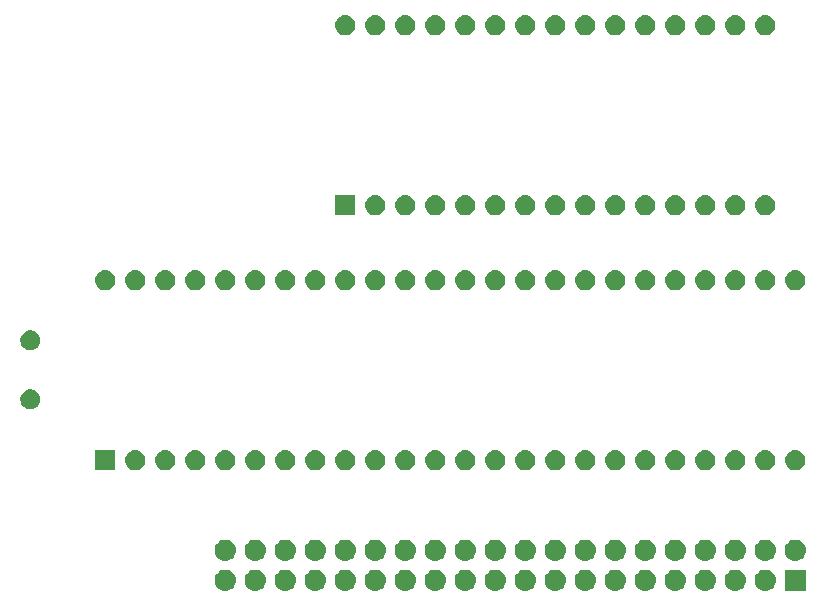
<source format=gbr>
G04 #@! TF.GenerationSoftware,KiCad,Pcbnew,(5.1.0-0)*
G04 #@! TF.CreationDate,2019-11-12T00:37:01-08:00*
G04 #@! TF.ProjectId,ArduinoSerialCard,41726475-696e-46f5-9365-7269616c4361,rev?*
G04 #@! TF.SameCoordinates,Original*
G04 #@! TF.FileFunction,Soldermask,Top*
G04 #@! TF.FilePolarity,Negative*
%FSLAX46Y46*%
G04 Gerber Fmt 4.6, Leading zero omitted, Abs format (unit mm)*
G04 Created by KiCad (PCBNEW (5.1.0-0)) date 2019-11-12 00:37:01*
%MOMM*%
%LPD*%
G04 APERTURE LIST*
%ADD10C,0.100000*%
G04 APERTURE END LIST*
D10*
G36*
X143141000Y-112661000D02*
G01*
X141339000Y-112661000D01*
X141339000Y-110859000D01*
X143141000Y-110859000D01*
X143141000Y-112661000D01*
X143141000Y-112661000D01*
G37*
G36*
X139810442Y-110865518D02*
G01*
X139876627Y-110872037D01*
X140046466Y-110923557D01*
X140202991Y-111007222D01*
X140238729Y-111036552D01*
X140340186Y-111119814D01*
X140423448Y-111221271D01*
X140452778Y-111257009D01*
X140536443Y-111413534D01*
X140587963Y-111583373D01*
X140605359Y-111760000D01*
X140587963Y-111936627D01*
X140536443Y-112106466D01*
X140452778Y-112262991D01*
X140423448Y-112298729D01*
X140340186Y-112400186D01*
X140238729Y-112483448D01*
X140202991Y-112512778D01*
X140046466Y-112596443D01*
X139876627Y-112647963D01*
X139810442Y-112654482D01*
X139744260Y-112661000D01*
X139655740Y-112661000D01*
X139589558Y-112654482D01*
X139523373Y-112647963D01*
X139353534Y-112596443D01*
X139197009Y-112512778D01*
X139161271Y-112483448D01*
X139059814Y-112400186D01*
X138976552Y-112298729D01*
X138947222Y-112262991D01*
X138863557Y-112106466D01*
X138812037Y-111936627D01*
X138794641Y-111760000D01*
X138812037Y-111583373D01*
X138863557Y-111413534D01*
X138947222Y-111257009D01*
X138976552Y-111221271D01*
X139059814Y-111119814D01*
X139161271Y-111036552D01*
X139197009Y-111007222D01*
X139353534Y-110923557D01*
X139523373Y-110872037D01*
X139589558Y-110865518D01*
X139655740Y-110859000D01*
X139744260Y-110859000D01*
X139810442Y-110865518D01*
X139810442Y-110865518D01*
G37*
G36*
X137270442Y-110865518D02*
G01*
X137336627Y-110872037D01*
X137506466Y-110923557D01*
X137662991Y-111007222D01*
X137698729Y-111036552D01*
X137800186Y-111119814D01*
X137883448Y-111221271D01*
X137912778Y-111257009D01*
X137996443Y-111413534D01*
X138047963Y-111583373D01*
X138065359Y-111760000D01*
X138047963Y-111936627D01*
X137996443Y-112106466D01*
X137912778Y-112262991D01*
X137883448Y-112298729D01*
X137800186Y-112400186D01*
X137698729Y-112483448D01*
X137662991Y-112512778D01*
X137506466Y-112596443D01*
X137336627Y-112647963D01*
X137270442Y-112654482D01*
X137204260Y-112661000D01*
X137115740Y-112661000D01*
X137049558Y-112654482D01*
X136983373Y-112647963D01*
X136813534Y-112596443D01*
X136657009Y-112512778D01*
X136621271Y-112483448D01*
X136519814Y-112400186D01*
X136436552Y-112298729D01*
X136407222Y-112262991D01*
X136323557Y-112106466D01*
X136272037Y-111936627D01*
X136254641Y-111760000D01*
X136272037Y-111583373D01*
X136323557Y-111413534D01*
X136407222Y-111257009D01*
X136436552Y-111221271D01*
X136519814Y-111119814D01*
X136621271Y-111036552D01*
X136657009Y-111007222D01*
X136813534Y-110923557D01*
X136983373Y-110872037D01*
X137049558Y-110865518D01*
X137115740Y-110859000D01*
X137204260Y-110859000D01*
X137270442Y-110865518D01*
X137270442Y-110865518D01*
G37*
G36*
X134730442Y-110865518D02*
G01*
X134796627Y-110872037D01*
X134966466Y-110923557D01*
X135122991Y-111007222D01*
X135158729Y-111036552D01*
X135260186Y-111119814D01*
X135343448Y-111221271D01*
X135372778Y-111257009D01*
X135456443Y-111413534D01*
X135507963Y-111583373D01*
X135525359Y-111760000D01*
X135507963Y-111936627D01*
X135456443Y-112106466D01*
X135372778Y-112262991D01*
X135343448Y-112298729D01*
X135260186Y-112400186D01*
X135158729Y-112483448D01*
X135122991Y-112512778D01*
X134966466Y-112596443D01*
X134796627Y-112647963D01*
X134730442Y-112654482D01*
X134664260Y-112661000D01*
X134575740Y-112661000D01*
X134509558Y-112654482D01*
X134443373Y-112647963D01*
X134273534Y-112596443D01*
X134117009Y-112512778D01*
X134081271Y-112483448D01*
X133979814Y-112400186D01*
X133896552Y-112298729D01*
X133867222Y-112262991D01*
X133783557Y-112106466D01*
X133732037Y-111936627D01*
X133714641Y-111760000D01*
X133732037Y-111583373D01*
X133783557Y-111413534D01*
X133867222Y-111257009D01*
X133896552Y-111221271D01*
X133979814Y-111119814D01*
X134081271Y-111036552D01*
X134117009Y-111007222D01*
X134273534Y-110923557D01*
X134443373Y-110872037D01*
X134509558Y-110865518D01*
X134575740Y-110859000D01*
X134664260Y-110859000D01*
X134730442Y-110865518D01*
X134730442Y-110865518D01*
G37*
G36*
X132190442Y-110865518D02*
G01*
X132256627Y-110872037D01*
X132426466Y-110923557D01*
X132582991Y-111007222D01*
X132618729Y-111036552D01*
X132720186Y-111119814D01*
X132803448Y-111221271D01*
X132832778Y-111257009D01*
X132916443Y-111413534D01*
X132967963Y-111583373D01*
X132985359Y-111760000D01*
X132967963Y-111936627D01*
X132916443Y-112106466D01*
X132832778Y-112262991D01*
X132803448Y-112298729D01*
X132720186Y-112400186D01*
X132618729Y-112483448D01*
X132582991Y-112512778D01*
X132426466Y-112596443D01*
X132256627Y-112647963D01*
X132190442Y-112654482D01*
X132124260Y-112661000D01*
X132035740Y-112661000D01*
X131969558Y-112654482D01*
X131903373Y-112647963D01*
X131733534Y-112596443D01*
X131577009Y-112512778D01*
X131541271Y-112483448D01*
X131439814Y-112400186D01*
X131356552Y-112298729D01*
X131327222Y-112262991D01*
X131243557Y-112106466D01*
X131192037Y-111936627D01*
X131174641Y-111760000D01*
X131192037Y-111583373D01*
X131243557Y-111413534D01*
X131327222Y-111257009D01*
X131356552Y-111221271D01*
X131439814Y-111119814D01*
X131541271Y-111036552D01*
X131577009Y-111007222D01*
X131733534Y-110923557D01*
X131903373Y-110872037D01*
X131969558Y-110865518D01*
X132035740Y-110859000D01*
X132124260Y-110859000D01*
X132190442Y-110865518D01*
X132190442Y-110865518D01*
G37*
G36*
X129650442Y-110865518D02*
G01*
X129716627Y-110872037D01*
X129886466Y-110923557D01*
X130042991Y-111007222D01*
X130078729Y-111036552D01*
X130180186Y-111119814D01*
X130263448Y-111221271D01*
X130292778Y-111257009D01*
X130376443Y-111413534D01*
X130427963Y-111583373D01*
X130445359Y-111760000D01*
X130427963Y-111936627D01*
X130376443Y-112106466D01*
X130292778Y-112262991D01*
X130263448Y-112298729D01*
X130180186Y-112400186D01*
X130078729Y-112483448D01*
X130042991Y-112512778D01*
X129886466Y-112596443D01*
X129716627Y-112647963D01*
X129650442Y-112654482D01*
X129584260Y-112661000D01*
X129495740Y-112661000D01*
X129429558Y-112654482D01*
X129363373Y-112647963D01*
X129193534Y-112596443D01*
X129037009Y-112512778D01*
X129001271Y-112483448D01*
X128899814Y-112400186D01*
X128816552Y-112298729D01*
X128787222Y-112262991D01*
X128703557Y-112106466D01*
X128652037Y-111936627D01*
X128634641Y-111760000D01*
X128652037Y-111583373D01*
X128703557Y-111413534D01*
X128787222Y-111257009D01*
X128816552Y-111221271D01*
X128899814Y-111119814D01*
X129001271Y-111036552D01*
X129037009Y-111007222D01*
X129193534Y-110923557D01*
X129363373Y-110872037D01*
X129429558Y-110865518D01*
X129495740Y-110859000D01*
X129584260Y-110859000D01*
X129650442Y-110865518D01*
X129650442Y-110865518D01*
G37*
G36*
X127110442Y-110865518D02*
G01*
X127176627Y-110872037D01*
X127346466Y-110923557D01*
X127502991Y-111007222D01*
X127538729Y-111036552D01*
X127640186Y-111119814D01*
X127723448Y-111221271D01*
X127752778Y-111257009D01*
X127836443Y-111413534D01*
X127887963Y-111583373D01*
X127905359Y-111760000D01*
X127887963Y-111936627D01*
X127836443Y-112106466D01*
X127752778Y-112262991D01*
X127723448Y-112298729D01*
X127640186Y-112400186D01*
X127538729Y-112483448D01*
X127502991Y-112512778D01*
X127346466Y-112596443D01*
X127176627Y-112647963D01*
X127110442Y-112654482D01*
X127044260Y-112661000D01*
X126955740Y-112661000D01*
X126889558Y-112654482D01*
X126823373Y-112647963D01*
X126653534Y-112596443D01*
X126497009Y-112512778D01*
X126461271Y-112483448D01*
X126359814Y-112400186D01*
X126276552Y-112298729D01*
X126247222Y-112262991D01*
X126163557Y-112106466D01*
X126112037Y-111936627D01*
X126094641Y-111760000D01*
X126112037Y-111583373D01*
X126163557Y-111413534D01*
X126247222Y-111257009D01*
X126276552Y-111221271D01*
X126359814Y-111119814D01*
X126461271Y-111036552D01*
X126497009Y-111007222D01*
X126653534Y-110923557D01*
X126823373Y-110872037D01*
X126889558Y-110865518D01*
X126955740Y-110859000D01*
X127044260Y-110859000D01*
X127110442Y-110865518D01*
X127110442Y-110865518D01*
G37*
G36*
X124570442Y-110865518D02*
G01*
X124636627Y-110872037D01*
X124806466Y-110923557D01*
X124962991Y-111007222D01*
X124998729Y-111036552D01*
X125100186Y-111119814D01*
X125183448Y-111221271D01*
X125212778Y-111257009D01*
X125296443Y-111413534D01*
X125347963Y-111583373D01*
X125365359Y-111760000D01*
X125347963Y-111936627D01*
X125296443Y-112106466D01*
X125212778Y-112262991D01*
X125183448Y-112298729D01*
X125100186Y-112400186D01*
X124998729Y-112483448D01*
X124962991Y-112512778D01*
X124806466Y-112596443D01*
X124636627Y-112647963D01*
X124570442Y-112654482D01*
X124504260Y-112661000D01*
X124415740Y-112661000D01*
X124349558Y-112654482D01*
X124283373Y-112647963D01*
X124113534Y-112596443D01*
X123957009Y-112512778D01*
X123921271Y-112483448D01*
X123819814Y-112400186D01*
X123736552Y-112298729D01*
X123707222Y-112262991D01*
X123623557Y-112106466D01*
X123572037Y-111936627D01*
X123554641Y-111760000D01*
X123572037Y-111583373D01*
X123623557Y-111413534D01*
X123707222Y-111257009D01*
X123736552Y-111221271D01*
X123819814Y-111119814D01*
X123921271Y-111036552D01*
X123957009Y-111007222D01*
X124113534Y-110923557D01*
X124283373Y-110872037D01*
X124349558Y-110865518D01*
X124415740Y-110859000D01*
X124504260Y-110859000D01*
X124570442Y-110865518D01*
X124570442Y-110865518D01*
G37*
G36*
X122030442Y-110865518D02*
G01*
X122096627Y-110872037D01*
X122266466Y-110923557D01*
X122422991Y-111007222D01*
X122458729Y-111036552D01*
X122560186Y-111119814D01*
X122643448Y-111221271D01*
X122672778Y-111257009D01*
X122756443Y-111413534D01*
X122807963Y-111583373D01*
X122825359Y-111760000D01*
X122807963Y-111936627D01*
X122756443Y-112106466D01*
X122672778Y-112262991D01*
X122643448Y-112298729D01*
X122560186Y-112400186D01*
X122458729Y-112483448D01*
X122422991Y-112512778D01*
X122266466Y-112596443D01*
X122096627Y-112647963D01*
X122030442Y-112654482D01*
X121964260Y-112661000D01*
X121875740Y-112661000D01*
X121809558Y-112654482D01*
X121743373Y-112647963D01*
X121573534Y-112596443D01*
X121417009Y-112512778D01*
X121381271Y-112483448D01*
X121279814Y-112400186D01*
X121196552Y-112298729D01*
X121167222Y-112262991D01*
X121083557Y-112106466D01*
X121032037Y-111936627D01*
X121014641Y-111760000D01*
X121032037Y-111583373D01*
X121083557Y-111413534D01*
X121167222Y-111257009D01*
X121196552Y-111221271D01*
X121279814Y-111119814D01*
X121381271Y-111036552D01*
X121417009Y-111007222D01*
X121573534Y-110923557D01*
X121743373Y-110872037D01*
X121809558Y-110865518D01*
X121875740Y-110859000D01*
X121964260Y-110859000D01*
X122030442Y-110865518D01*
X122030442Y-110865518D01*
G37*
G36*
X119490442Y-110865518D02*
G01*
X119556627Y-110872037D01*
X119726466Y-110923557D01*
X119882991Y-111007222D01*
X119918729Y-111036552D01*
X120020186Y-111119814D01*
X120103448Y-111221271D01*
X120132778Y-111257009D01*
X120216443Y-111413534D01*
X120267963Y-111583373D01*
X120285359Y-111760000D01*
X120267963Y-111936627D01*
X120216443Y-112106466D01*
X120132778Y-112262991D01*
X120103448Y-112298729D01*
X120020186Y-112400186D01*
X119918729Y-112483448D01*
X119882991Y-112512778D01*
X119726466Y-112596443D01*
X119556627Y-112647963D01*
X119490442Y-112654482D01*
X119424260Y-112661000D01*
X119335740Y-112661000D01*
X119269558Y-112654482D01*
X119203373Y-112647963D01*
X119033534Y-112596443D01*
X118877009Y-112512778D01*
X118841271Y-112483448D01*
X118739814Y-112400186D01*
X118656552Y-112298729D01*
X118627222Y-112262991D01*
X118543557Y-112106466D01*
X118492037Y-111936627D01*
X118474641Y-111760000D01*
X118492037Y-111583373D01*
X118543557Y-111413534D01*
X118627222Y-111257009D01*
X118656552Y-111221271D01*
X118739814Y-111119814D01*
X118841271Y-111036552D01*
X118877009Y-111007222D01*
X119033534Y-110923557D01*
X119203373Y-110872037D01*
X119269558Y-110865518D01*
X119335740Y-110859000D01*
X119424260Y-110859000D01*
X119490442Y-110865518D01*
X119490442Y-110865518D01*
G37*
G36*
X116950442Y-110865518D02*
G01*
X117016627Y-110872037D01*
X117186466Y-110923557D01*
X117342991Y-111007222D01*
X117378729Y-111036552D01*
X117480186Y-111119814D01*
X117563448Y-111221271D01*
X117592778Y-111257009D01*
X117676443Y-111413534D01*
X117727963Y-111583373D01*
X117745359Y-111760000D01*
X117727963Y-111936627D01*
X117676443Y-112106466D01*
X117592778Y-112262991D01*
X117563448Y-112298729D01*
X117480186Y-112400186D01*
X117378729Y-112483448D01*
X117342991Y-112512778D01*
X117186466Y-112596443D01*
X117016627Y-112647963D01*
X116950442Y-112654482D01*
X116884260Y-112661000D01*
X116795740Y-112661000D01*
X116729558Y-112654482D01*
X116663373Y-112647963D01*
X116493534Y-112596443D01*
X116337009Y-112512778D01*
X116301271Y-112483448D01*
X116199814Y-112400186D01*
X116116552Y-112298729D01*
X116087222Y-112262991D01*
X116003557Y-112106466D01*
X115952037Y-111936627D01*
X115934641Y-111760000D01*
X115952037Y-111583373D01*
X116003557Y-111413534D01*
X116087222Y-111257009D01*
X116116552Y-111221271D01*
X116199814Y-111119814D01*
X116301271Y-111036552D01*
X116337009Y-111007222D01*
X116493534Y-110923557D01*
X116663373Y-110872037D01*
X116729558Y-110865518D01*
X116795740Y-110859000D01*
X116884260Y-110859000D01*
X116950442Y-110865518D01*
X116950442Y-110865518D01*
G37*
G36*
X114410442Y-110865518D02*
G01*
X114476627Y-110872037D01*
X114646466Y-110923557D01*
X114802991Y-111007222D01*
X114838729Y-111036552D01*
X114940186Y-111119814D01*
X115023448Y-111221271D01*
X115052778Y-111257009D01*
X115136443Y-111413534D01*
X115187963Y-111583373D01*
X115205359Y-111760000D01*
X115187963Y-111936627D01*
X115136443Y-112106466D01*
X115052778Y-112262991D01*
X115023448Y-112298729D01*
X114940186Y-112400186D01*
X114838729Y-112483448D01*
X114802991Y-112512778D01*
X114646466Y-112596443D01*
X114476627Y-112647963D01*
X114410442Y-112654482D01*
X114344260Y-112661000D01*
X114255740Y-112661000D01*
X114189558Y-112654482D01*
X114123373Y-112647963D01*
X113953534Y-112596443D01*
X113797009Y-112512778D01*
X113761271Y-112483448D01*
X113659814Y-112400186D01*
X113576552Y-112298729D01*
X113547222Y-112262991D01*
X113463557Y-112106466D01*
X113412037Y-111936627D01*
X113394641Y-111760000D01*
X113412037Y-111583373D01*
X113463557Y-111413534D01*
X113547222Y-111257009D01*
X113576552Y-111221271D01*
X113659814Y-111119814D01*
X113761271Y-111036552D01*
X113797009Y-111007222D01*
X113953534Y-110923557D01*
X114123373Y-110872037D01*
X114189558Y-110865518D01*
X114255740Y-110859000D01*
X114344260Y-110859000D01*
X114410442Y-110865518D01*
X114410442Y-110865518D01*
G37*
G36*
X111870442Y-110865518D02*
G01*
X111936627Y-110872037D01*
X112106466Y-110923557D01*
X112262991Y-111007222D01*
X112298729Y-111036552D01*
X112400186Y-111119814D01*
X112483448Y-111221271D01*
X112512778Y-111257009D01*
X112596443Y-111413534D01*
X112647963Y-111583373D01*
X112665359Y-111760000D01*
X112647963Y-111936627D01*
X112596443Y-112106466D01*
X112512778Y-112262991D01*
X112483448Y-112298729D01*
X112400186Y-112400186D01*
X112298729Y-112483448D01*
X112262991Y-112512778D01*
X112106466Y-112596443D01*
X111936627Y-112647963D01*
X111870442Y-112654482D01*
X111804260Y-112661000D01*
X111715740Y-112661000D01*
X111649558Y-112654482D01*
X111583373Y-112647963D01*
X111413534Y-112596443D01*
X111257009Y-112512778D01*
X111221271Y-112483448D01*
X111119814Y-112400186D01*
X111036552Y-112298729D01*
X111007222Y-112262991D01*
X110923557Y-112106466D01*
X110872037Y-111936627D01*
X110854641Y-111760000D01*
X110872037Y-111583373D01*
X110923557Y-111413534D01*
X111007222Y-111257009D01*
X111036552Y-111221271D01*
X111119814Y-111119814D01*
X111221271Y-111036552D01*
X111257009Y-111007222D01*
X111413534Y-110923557D01*
X111583373Y-110872037D01*
X111649558Y-110865518D01*
X111715740Y-110859000D01*
X111804260Y-110859000D01*
X111870442Y-110865518D01*
X111870442Y-110865518D01*
G37*
G36*
X109330442Y-110865518D02*
G01*
X109396627Y-110872037D01*
X109566466Y-110923557D01*
X109722991Y-111007222D01*
X109758729Y-111036552D01*
X109860186Y-111119814D01*
X109943448Y-111221271D01*
X109972778Y-111257009D01*
X110056443Y-111413534D01*
X110107963Y-111583373D01*
X110125359Y-111760000D01*
X110107963Y-111936627D01*
X110056443Y-112106466D01*
X109972778Y-112262991D01*
X109943448Y-112298729D01*
X109860186Y-112400186D01*
X109758729Y-112483448D01*
X109722991Y-112512778D01*
X109566466Y-112596443D01*
X109396627Y-112647963D01*
X109330442Y-112654482D01*
X109264260Y-112661000D01*
X109175740Y-112661000D01*
X109109558Y-112654482D01*
X109043373Y-112647963D01*
X108873534Y-112596443D01*
X108717009Y-112512778D01*
X108681271Y-112483448D01*
X108579814Y-112400186D01*
X108496552Y-112298729D01*
X108467222Y-112262991D01*
X108383557Y-112106466D01*
X108332037Y-111936627D01*
X108314641Y-111760000D01*
X108332037Y-111583373D01*
X108383557Y-111413534D01*
X108467222Y-111257009D01*
X108496552Y-111221271D01*
X108579814Y-111119814D01*
X108681271Y-111036552D01*
X108717009Y-111007222D01*
X108873534Y-110923557D01*
X109043373Y-110872037D01*
X109109558Y-110865518D01*
X109175740Y-110859000D01*
X109264260Y-110859000D01*
X109330442Y-110865518D01*
X109330442Y-110865518D01*
G37*
G36*
X106790442Y-110865518D02*
G01*
X106856627Y-110872037D01*
X107026466Y-110923557D01*
X107182991Y-111007222D01*
X107218729Y-111036552D01*
X107320186Y-111119814D01*
X107403448Y-111221271D01*
X107432778Y-111257009D01*
X107516443Y-111413534D01*
X107567963Y-111583373D01*
X107585359Y-111760000D01*
X107567963Y-111936627D01*
X107516443Y-112106466D01*
X107432778Y-112262991D01*
X107403448Y-112298729D01*
X107320186Y-112400186D01*
X107218729Y-112483448D01*
X107182991Y-112512778D01*
X107026466Y-112596443D01*
X106856627Y-112647963D01*
X106790442Y-112654482D01*
X106724260Y-112661000D01*
X106635740Y-112661000D01*
X106569558Y-112654482D01*
X106503373Y-112647963D01*
X106333534Y-112596443D01*
X106177009Y-112512778D01*
X106141271Y-112483448D01*
X106039814Y-112400186D01*
X105956552Y-112298729D01*
X105927222Y-112262991D01*
X105843557Y-112106466D01*
X105792037Y-111936627D01*
X105774641Y-111760000D01*
X105792037Y-111583373D01*
X105843557Y-111413534D01*
X105927222Y-111257009D01*
X105956552Y-111221271D01*
X106039814Y-111119814D01*
X106141271Y-111036552D01*
X106177009Y-111007222D01*
X106333534Y-110923557D01*
X106503373Y-110872037D01*
X106569558Y-110865518D01*
X106635740Y-110859000D01*
X106724260Y-110859000D01*
X106790442Y-110865518D01*
X106790442Y-110865518D01*
G37*
G36*
X104250442Y-110865518D02*
G01*
X104316627Y-110872037D01*
X104486466Y-110923557D01*
X104642991Y-111007222D01*
X104678729Y-111036552D01*
X104780186Y-111119814D01*
X104863448Y-111221271D01*
X104892778Y-111257009D01*
X104976443Y-111413534D01*
X105027963Y-111583373D01*
X105045359Y-111760000D01*
X105027963Y-111936627D01*
X104976443Y-112106466D01*
X104892778Y-112262991D01*
X104863448Y-112298729D01*
X104780186Y-112400186D01*
X104678729Y-112483448D01*
X104642991Y-112512778D01*
X104486466Y-112596443D01*
X104316627Y-112647963D01*
X104250442Y-112654482D01*
X104184260Y-112661000D01*
X104095740Y-112661000D01*
X104029558Y-112654482D01*
X103963373Y-112647963D01*
X103793534Y-112596443D01*
X103637009Y-112512778D01*
X103601271Y-112483448D01*
X103499814Y-112400186D01*
X103416552Y-112298729D01*
X103387222Y-112262991D01*
X103303557Y-112106466D01*
X103252037Y-111936627D01*
X103234641Y-111760000D01*
X103252037Y-111583373D01*
X103303557Y-111413534D01*
X103387222Y-111257009D01*
X103416552Y-111221271D01*
X103499814Y-111119814D01*
X103601271Y-111036552D01*
X103637009Y-111007222D01*
X103793534Y-110923557D01*
X103963373Y-110872037D01*
X104029558Y-110865518D01*
X104095740Y-110859000D01*
X104184260Y-110859000D01*
X104250442Y-110865518D01*
X104250442Y-110865518D01*
G37*
G36*
X101710442Y-110865518D02*
G01*
X101776627Y-110872037D01*
X101946466Y-110923557D01*
X102102991Y-111007222D01*
X102138729Y-111036552D01*
X102240186Y-111119814D01*
X102323448Y-111221271D01*
X102352778Y-111257009D01*
X102436443Y-111413534D01*
X102487963Y-111583373D01*
X102505359Y-111760000D01*
X102487963Y-111936627D01*
X102436443Y-112106466D01*
X102352778Y-112262991D01*
X102323448Y-112298729D01*
X102240186Y-112400186D01*
X102138729Y-112483448D01*
X102102991Y-112512778D01*
X101946466Y-112596443D01*
X101776627Y-112647963D01*
X101710442Y-112654482D01*
X101644260Y-112661000D01*
X101555740Y-112661000D01*
X101489558Y-112654482D01*
X101423373Y-112647963D01*
X101253534Y-112596443D01*
X101097009Y-112512778D01*
X101061271Y-112483448D01*
X100959814Y-112400186D01*
X100876552Y-112298729D01*
X100847222Y-112262991D01*
X100763557Y-112106466D01*
X100712037Y-111936627D01*
X100694641Y-111760000D01*
X100712037Y-111583373D01*
X100763557Y-111413534D01*
X100847222Y-111257009D01*
X100876552Y-111221271D01*
X100959814Y-111119814D01*
X101061271Y-111036552D01*
X101097009Y-111007222D01*
X101253534Y-110923557D01*
X101423373Y-110872037D01*
X101489558Y-110865518D01*
X101555740Y-110859000D01*
X101644260Y-110859000D01*
X101710442Y-110865518D01*
X101710442Y-110865518D01*
G37*
G36*
X99170442Y-110865518D02*
G01*
X99236627Y-110872037D01*
X99406466Y-110923557D01*
X99562991Y-111007222D01*
X99598729Y-111036552D01*
X99700186Y-111119814D01*
X99783448Y-111221271D01*
X99812778Y-111257009D01*
X99896443Y-111413534D01*
X99947963Y-111583373D01*
X99965359Y-111760000D01*
X99947963Y-111936627D01*
X99896443Y-112106466D01*
X99812778Y-112262991D01*
X99783448Y-112298729D01*
X99700186Y-112400186D01*
X99598729Y-112483448D01*
X99562991Y-112512778D01*
X99406466Y-112596443D01*
X99236627Y-112647963D01*
X99170442Y-112654482D01*
X99104260Y-112661000D01*
X99015740Y-112661000D01*
X98949558Y-112654482D01*
X98883373Y-112647963D01*
X98713534Y-112596443D01*
X98557009Y-112512778D01*
X98521271Y-112483448D01*
X98419814Y-112400186D01*
X98336552Y-112298729D01*
X98307222Y-112262991D01*
X98223557Y-112106466D01*
X98172037Y-111936627D01*
X98154641Y-111760000D01*
X98172037Y-111583373D01*
X98223557Y-111413534D01*
X98307222Y-111257009D01*
X98336552Y-111221271D01*
X98419814Y-111119814D01*
X98521271Y-111036552D01*
X98557009Y-111007222D01*
X98713534Y-110923557D01*
X98883373Y-110872037D01*
X98949558Y-110865518D01*
X99015740Y-110859000D01*
X99104260Y-110859000D01*
X99170442Y-110865518D01*
X99170442Y-110865518D01*
G37*
G36*
X96630442Y-110865518D02*
G01*
X96696627Y-110872037D01*
X96866466Y-110923557D01*
X97022991Y-111007222D01*
X97058729Y-111036552D01*
X97160186Y-111119814D01*
X97243448Y-111221271D01*
X97272778Y-111257009D01*
X97356443Y-111413534D01*
X97407963Y-111583373D01*
X97425359Y-111760000D01*
X97407963Y-111936627D01*
X97356443Y-112106466D01*
X97272778Y-112262991D01*
X97243448Y-112298729D01*
X97160186Y-112400186D01*
X97058729Y-112483448D01*
X97022991Y-112512778D01*
X96866466Y-112596443D01*
X96696627Y-112647963D01*
X96630442Y-112654482D01*
X96564260Y-112661000D01*
X96475740Y-112661000D01*
X96409558Y-112654482D01*
X96343373Y-112647963D01*
X96173534Y-112596443D01*
X96017009Y-112512778D01*
X95981271Y-112483448D01*
X95879814Y-112400186D01*
X95796552Y-112298729D01*
X95767222Y-112262991D01*
X95683557Y-112106466D01*
X95632037Y-111936627D01*
X95614641Y-111760000D01*
X95632037Y-111583373D01*
X95683557Y-111413534D01*
X95767222Y-111257009D01*
X95796552Y-111221271D01*
X95879814Y-111119814D01*
X95981271Y-111036552D01*
X96017009Y-111007222D01*
X96173534Y-110923557D01*
X96343373Y-110872037D01*
X96409558Y-110865518D01*
X96475740Y-110859000D01*
X96564260Y-110859000D01*
X96630442Y-110865518D01*
X96630442Y-110865518D01*
G37*
G36*
X94090442Y-110865518D02*
G01*
X94156627Y-110872037D01*
X94326466Y-110923557D01*
X94482991Y-111007222D01*
X94518729Y-111036552D01*
X94620186Y-111119814D01*
X94703448Y-111221271D01*
X94732778Y-111257009D01*
X94816443Y-111413534D01*
X94867963Y-111583373D01*
X94885359Y-111760000D01*
X94867963Y-111936627D01*
X94816443Y-112106466D01*
X94732778Y-112262991D01*
X94703448Y-112298729D01*
X94620186Y-112400186D01*
X94518729Y-112483448D01*
X94482991Y-112512778D01*
X94326466Y-112596443D01*
X94156627Y-112647963D01*
X94090442Y-112654482D01*
X94024260Y-112661000D01*
X93935740Y-112661000D01*
X93869558Y-112654482D01*
X93803373Y-112647963D01*
X93633534Y-112596443D01*
X93477009Y-112512778D01*
X93441271Y-112483448D01*
X93339814Y-112400186D01*
X93256552Y-112298729D01*
X93227222Y-112262991D01*
X93143557Y-112106466D01*
X93092037Y-111936627D01*
X93074641Y-111760000D01*
X93092037Y-111583373D01*
X93143557Y-111413534D01*
X93227222Y-111257009D01*
X93256552Y-111221271D01*
X93339814Y-111119814D01*
X93441271Y-111036552D01*
X93477009Y-111007222D01*
X93633534Y-110923557D01*
X93803373Y-110872037D01*
X93869558Y-110865518D01*
X93935740Y-110859000D01*
X94024260Y-110859000D01*
X94090442Y-110865518D01*
X94090442Y-110865518D01*
G37*
G36*
X106790443Y-108325519D02*
G01*
X106856627Y-108332037D01*
X107026466Y-108383557D01*
X107182991Y-108467222D01*
X107218729Y-108496552D01*
X107320186Y-108579814D01*
X107403448Y-108681271D01*
X107432778Y-108717009D01*
X107516443Y-108873534D01*
X107567963Y-109043373D01*
X107585359Y-109220000D01*
X107567963Y-109396627D01*
X107516443Y-109566466D01*
X107432778Y-109722991D01*
X107403448Y-109758729D01*
X107320186Y-109860186D01*
X107218729Y-109943448D01*
X107182991Y-109972778D01*
X107026466Y-110056443D01*
X106856627Y-110107963D01*
X106790443Y-110114481D01*
X106724260Y-110121000D01*
X106635740Y-110121000D01*
X106569557Y-110114481D01*
X106503373Y-110107963D01*
X106333534Y-110056443D01*
X106177009Y-109972778D01*
X106141271Y-109943448D01*
X106039814Y-109860186D01*
X105956552Y-109758729D01*
X105927222Y-109722991D01*
X105843557Y-109566466D01*
X105792037Y-109396627D01*
X105774641Y-109220000D01*
X105792037Y-109043373D01*
X105843557Y-108873534D01*
X105927222Y-108717009D01*
X105956552Y-108681271D01*
X106039814Y-108579814D01*
X106141271Y-108496552D01*
X106177009Y-108467222D01*
X106333534Y-108383557D01*
X106503373Y-108332037D01*
X106569557Y-108325519D01*
X106635740Y-108319000D01*
X106724260Y-108319000D01*
X106790443Y-108325519D01*
X106790443Y-108325519D01*
G37*
G36*
X104250443Y-108325519D02*
G01*
X104316627Y-108332037D01*
X104486466Y-108383557D01*
X104642991Y-108467222D01*
X104678729Y-108496552D01*
X104780186Y-108579814D01*
X104863448Y-108681271D01*
X104892778Y-108717009D01*
X104976443Y-108873534D01*
X105027963Y-109043373D01*
X105045359Y-109220000D01*
X105027963Y-109396627D01*
X104976443Y-109566466D01*
X104892778Y-109722991D01*
X104863448Y-109758729D01*
X104780186Y-109860186D01*
X104678729Y-109943448D01*
X104642991Y-109972778D01*
X104486466Y-110056443D01*
X104316627Y-110107963D01*
X104250443Y-110114481D01*
X104184260Y-110121000D01*
X104095740Y-110121000D01*
X104029557Y-110114481D01*
X103963373Y-110107963D01*
X103793534Y-110056443D01*
X103637009Y-109972778D01*
X103601271Y-109943448D01*
X103499814Y-109860186D01*
X103416552Y-109758729D01*
X103387222Y-109722991D01*
X103303557Y-109566466D01*
X103252037Y-109396627D01*
X103234641Y-109220000D01*
X103252037Y-109043373D01*
X103303557Y-108873534D01*
X103387222Y-108717009D01*
X103416552Y-108681271D01*
X103499814Y-108579814D01*
X103601271Y-108496552D01*
X103637009Y-108467222D01*
X103793534Y-108383557D01*
X103963373Y-108332037D01*
X104029557Y-108325519D01*
X104095740Y-108319000D01*
X104184260Y-108319000D01*
X104250443Y-108325519D01*
X104250443Y-108325519D01*
G37*
G36*
X101710443Y-108325519D02*
G01*
X101776627Y-108332037D01*
X101946466Y-108383557D01*
X102102991Y-108467222D01*
X102138729Y-108496552D01*
X102240186Y-108579814D01*
X102323448Y-108681271D01*
X102352778Y-108717009D01*
X102436443Y-108873534D01*
X102487963Y-109043373D01*
X102505359Y-109220000D01*
X102487963Y-109396627D01*
X102436443Y-109566466D01*
X102352778Y-109722991D01*
X102323448Y-109758729D01*
X102240186Y-109860186D01*
X102138729Y-109943448D01*
X102102991Y-109972778D01*
X101946466Y-110056443D01*
X101776627Y-110107963D01*
X101710443Y-110114481D01*
X101644260Y-110121000D01*
X101555740Y-110121000D01*
X101489557Y-110114481D01*
X101423373Y-110107963D01*
X101253534Y-110056443D01*
X101097009Y-109972778D01*
X101061271Y-109943448D01*
X100959814Y-109860186D01*
X100876552Y-109758729D01*
X100847222Y-109722991D01*
X100763557Y-109566466D01*
X100712037Y-109396627D01*
X100694641Y-109220000D01*
X100712037Y-109043373D01*
X100763557Y-108873534D01*
X100847222Y-108717009D01*
X100876552Y-108681271D01*
X100959814Y-108579814D01*
X101061271Y-108496552D01*
X101097009Y-108467222D01*
X101253534Y-108383557D01*
X101423373Y-108332037D01*
X101489557Y-108325519D01*
X101555740Y-108319000D01*
X101644260Y-108319000D01*
X101710443Y-108325519D01*
X101710443Y-108325519D01*
G37*
G36*
X99170443Y-108325519D02*
G01*
X99236627Y-108332037D01*
X99406466Y-108383557D01*
X99562991Y-108467222D01*
X99598729Y-108496552D01*
X99700186Y-108579814D01*
X99783448Y-108681271D01*
X99812778Y-108717009D01*
X99896443Y-108873534D01*
X99947963Y-109043373D01*
X99965359Y-109220000D01*
X99947963Y-109396627D01*
X99896443Y-109566466D01*
X99812778Y-109722991D01*
X99783448Y-109758729D01*
X99700186Y-109860186D01*
X99598729Y-109943448D01*
X99562991Y-109972778D01*
X99406466Y-110056443D01*
X99236627Y-110107963D01*
X99170443Y-110114481D01*
X99104260Y-110121000D01*
X99015740Y-110121000D01*
X98949557Y-110114481D01*
X98883373Y-110107963D01*
X98713534Y-110056443D01*
X98557009Y-109972778D01*
X98521271Y-109943448D01*
X98419814Y-109860186D01*
X98336552Y-109758729D01*
X98307222Y-109722991D01*
X98223557Y-109566466D01*
X98172037Y-109396627D01*
X98154641Y-109220000D01*
X98172037Y-109043373D01*
X98223557Y-108873534D01*
X98307222Y-108717009D01*
X98336552Y-108681271D01*
X98419814Y-108579814D01*
X98521271Y-108496552D01*
X98557009Y-108467222D01*
X98713534Y-108383557D01*
X98883373Y-108332037D01*
X98949557Y-108325519D01*
X99015740Y-108319000D01*
X99104260Y-108319000D01*
X99170443Y-108325519D01*
X99170443Y-108325519D01*
G37*
G36*
X96630443Y-108325519D02*
G01*
X96696627Y-108332037D01*
X96866466Y-108383557D01*
X97022991Y-108467222D01*
X97058729Y-108496552D01*
X97160186Y-108579814D01*
X97243448Y-108681271D01*
X97272778Y-108717009D01*
X97356443Y-108873534D01*
X97407963Y-109043373D01*
X97425359Y-109220000D01*
X97407963Y-109396627D01*
X97356443Y-109566466D01*
X97272778Y-109722991D01*
X97243448Y-109758729D01*
X97160186Y-109860186D01*
X97058729Y-109943448D01*
X97022991Y-109972778D01*
X96866466Y-110056443D01*
X96696627Y-110107963D01*
X96630443Y-110114481D01*
X96564260Y-110121000D01*
X96475740Y-110121000D01*
X96409557Y-110114481D01*
X96343373Y-110107963D01*
X96173534Y-110056443D01*
X96017009Y-109972778D01*
X95981271Y-109943448D01*
X95879814Y-109860186D01*
X95796552Y-109758729D01*
X95767222Y-109722991D01*
X95683557Y-109566466D01*
X95632037Y-109396627D01*
X95614641Y-109220000D01*
X95632037Y-109043373D01*
X95683557Y-108873534D01*
X95767222Y-108717009D01*
X95796552Y-108681271D01*
X95879814Y-108579814D01*
X95981271Y-108496552D01*
X96017009Y-108467222D01*
X96173534Y-108383557D01*
X96343373Y-108332037D01*
X96409557Y-108325519D01*
X96475740Y-108319000D01*
X96564260Y-108319000D01*
X96630443Y-108325519D01*
X96630443Y-108325519D01*
G37*
G36*
X94090443Y-108325519D02*
G01*
X94156627Y-108332037D01*
X94326466Y-108383557D01*
X94482991Y-108467222D01*
X94518729Y-108496552D01*
X94620186Y-108579814D01*
X94703448Y-108681271D01*
X94732778Y-108717009D01*
X94816443Y-108873534D01*
X94867963Y-109043373D01*
X94885359Y-109220000D01*
X94867963Y-109396627D01*
X94816443Y-109566466D01*
X94732778Y-109722991D01*
X94703448Y-109758729D01*
X94620186Y-109860186D01*
X94518729Y-109943448D01*
X94482991Y-109972778D01*
X94326466Y-110056443D01*
X94156627Y-110107963D01*
X94090443Y-110114481D01*
X94024260Y-110121000D01*
X93935740Y-110121000D01*
X93869557Y-110114481D01*
X93803373Y-110107963D01*
X93633534Y-110056443D01*
X93477009Y-109972778D01*
X93441271Y-109943448D01*
X93339814Y-109860186D01*
X93256552Y-109758729D01*
X93227222Y-109722991D01*
X93143557Y-109566466D01*
X93092037Y-109396627D01*
X93074641Y-109220000D01*
X93092037Y-109043373D01*
X93143557Y-108873534D01*
X93227222Y-108717009D01*
X93256552Y-108681271D01*
X93339814Y-108579814D01*
X93441271Y-108496552D01*
X93477009Y-108467222D01*
X93633534Y-108383557D01*
X93803373Y-108332037D01*
X93869557Y-108325519D01*
X93935740Y-108319000D01*
X94024260Y-108319000D01*
X94090443Y-108325519D01*
X94090443Y-108325519D01*
G37*
G36*
X109330443Y-108325519D02*
G01*
X109396627Y-108332037D01*
X109566466Y-108383557D01*
X109722991Y-108467222D01*
X109758729Y-108496552D01*
X109860186Y-108579814D01*
X109943448Y-108681271D01*
X109972778Y-108717009D01*
X110056443Y-108873534D01*
X110107963Y-109043373D01*
X110125359Y-109220000D01*
X110107963Y-109396627D01*
X110056443Y-109566466D01*
X109972778Y-109722991D01*
X109943448Y-109758729D01*
X109860186Y-109860186D01*
X109758729Y-109943448D01*
X109722991Y-109972778D01*
X109566466Y-110056443D01*
X109396627Y-110107963D01*
X109330443Y-110114481D01*
X109264260Y-110121000D01*
X109175740Y-110121000D01*
X109109557Y-110114481D01*
X109043373Y-110107963D01*
X108873534Y-110056443D01*
X108717009Y-109972778D01*
X108681271Y-109943448D01*
X108579814Y-109860186D01*
X108496552Y-109758729D01*
X108467222Y-109722991D01*
X108383557Y-109566466D01*
X108332037Y-109396627D01*
X108314641Y-109220000D01*
X108332037Y-109043373D01*
X108383557Y-108873534D01*
X108467222Y-108717009D01*
X108496552Y-108681271D01*
X108579814Y-108579814D01*
X108681271Y-108496552D01*
X108717009Y-108467222D01*
X108873534Y-108383557D01*
X109043373Y-108332037D01*
X109109557Y-108325519D01*
X109175740Y-108319000D01*
X109264260Y-108319000D01*
X109330443Y-108325519D01*
X109330443Y-108325519D01*
G37*
G36*
X111870443Y-108325519D02*
G01*
X111936627Y-108332037D01*
X112106466Y-108383557D01*
X112262991Y-108467222D01*
X112298729Y-108496552D01*
X112400186Y-108579814D01*
X112483448Y-108681271D01*
X112512778Y-108717009D01*
X112596443Y-108873534D01*
X112647963Y-109043373D01*
X112665359Y-109220000D01*
X112647963Y-109396627D01*
X112596443Y-109566466D01*
X112512778Y-109722991D01*
X112483448Y-109758729D01*
X112400186Y-109860186D01*
X112298729Y-109943448D01*
X112262991Y-109972778D01*
X112106466Y-110056443D01*
X111936627Y-110107963D01*
X111870443Y-110114481D01*
X111804260Y-110121000D01*
X111715740Y-110121000D01*
X111649557Y-110114481D01*
X111583373Y-110107963D01*
X111413534Y-110056443D01*
X111257009Y-109972778D01*
X111221271Y-109943448D01*
X111119814Y-109860186D01*
X111036552Y-109758729D01*
X111007222Y-109722991D01*
X110923557Y-109566466D01*
X110872037Y-109396627D01*
X110854641Y-109220000D01*
X110872037Y-109043373D01*
X110923557Y-108873534D01*
X111007222Y-108717009D01*
X111036552Y-108681271D01*
X111119814Y-108579814D01*
X111221271Y-108496552D01*
X111257009Y-108467222D01*
X111413534Y-108383557D01*
X111583373Y-108332037D01*
X111649557Y-108325519D01*
X111715740Y-108319000D01*
X111804260Y-108319000D01*
X111870443Y-108325519D01*
X111870443Y-108325519D01*
G37*
G36*
X114410443Y-108325519D02*
G01*
X114476627Y-108332037D01*
X114646466Y-108383557D01*
X114802991Y-108467222D01*
X114838729Y-108496552D01*
X114940186Y-108579814D01*
X115023448Y-108681271D01*
X115052778Y-108717009D01*
X115136443Y-108873534D01*
X115187963Y-109043373D01*
X115205359Y-109220000D01*
X115187963Y-109396627D01*
X115136443Y-109566466D01*
X115052778Y-109722991D01*
X115023448Y-109758729D01*
X114940186Y-109860186D01*
X114838729Y-109943448D01*
X114802991Y-109972778D01*
X114646466Y-110056443D01*
X114476627Y-110107963D01*
X114410443Y-110114481D01*
X114344260Y-110121000D01*
X114255740Y-110121000D01*
X114189557Y-110114481D01*
X114123373Y-110107963D01*
X113953534Y-110056443D01*
X113797009Y-109972778D01*
X113761271Y-109943448D01*
X113659814Y-109860186D01*
X113576552Y-109758729D01*
X113547222Y-109722991D01*
X113463557Y-109566466D01*
X113412037Y-109396627D01*
X113394641Y-109220000D01*
X113412037Y-109043373D01*
X113463557Y-108873534D01*
X113547222Y-108717009D01*
X113576552Y-108681271D01*
X113659814Y-108579814D01*
X113761271Y-108496552D01*
X113797009Y-108467222D01*
X113953534Y-108383557D01*
X114123373Y-108332037D01*
X114189557Y-108325519D01*
X114255740Y-108319000D01*
X114344260Y-108319000D01*
X114410443Y-108325519D01*
X114410443Y-108325519D01*
G37*
G36*
X116950443Y-108325519D02*
G01*
X117016627Y-108332037D01*
X117186466Y-108383557D01*
X117342991Y-108467222D01*
X117378729Y-108496552D01*
X117480186Y-108579814D01*
X117563448Y-108681271D01*
X117592778Y-108717009D01*
X117676443Y-108873534D01*
X117727963Y-109043373D01*
X117745359Y-109220000D01*
X117727963Y-109396627D01*
X117676443Y-109566466D01*
X117592778Y-109722991D01*
X117563448Y-109758729D01*
X117480186Y-109860186D01*
X117378729Y-109943448D01*
X117342991Y-109972778D01*
X117186466Y-110056443D01*
X117016627Y-110107963D01*
X116950443Y-110114481D01*
X116884260Y-110121000D01*
X116795740Y-110121000D01*
X116729557Y-110114481D01*
X116663373Y-110107963D01*
X116493534Y-110056443D01*
X116337009Y-109972778D01*
X116301271Y-109943448D01*
X116199814Y-109860186D01*
X116116552Y-109758729D01*
X116087222Y-109722991D01*
X116003557Y-109566466D01*
X115952037Y-109396627D01*
X115934641Y-109220000D01*
X115952037Y-109043373D01*
X116003557Y-108873534D01*
X116087222Y-108717009D01*
X116116552Y-108681271D01*
X116199814Y-108579814D01*
X116301271Y-108496552D01*
X116337009Y-108467222D01*
X116493534Y-108383557D01*
X116663373Y-108332037D01*
X116729557Y-108325519D01*
X116795740Y-108319000D01*
X116884260Y-108319000D01*
X116950443Y-108325519D01*
X116950443Y-108325519D01*
G37*
G36*
X119490443Y-108325519D02*
G01*
X119556627Y-108332037D01*
X119726466Y-108383557D01*
X119882991Y-108467222D01*
X119918729Y-108496552D01*
X120020186Y-108579814D01*
X120103448Y-108681271D01*
X120132778Y-108717009D01*
X120216443Y-108873534D01*
X120267963Y-109043373D01*
X120285359Y-109220000D01*
X120267963Y-109396627D01*
X120216443Y-109566466D01*
X120132778Y-109722991D01*
X120103448Y-109758729D01*
X120020186Y-109860186D01*
X119918729Y-109943448D01*
X119882991Y-109972778D01*
X119726466Y-110056443D01*
X119556627Y-110107963D01*
X119490443Y-110114481D01*
X119424260Y-110121000D01*
X119335740Y-110121000D01*
X119269557Y-110114481D01*
X119203373Y-110107963D01*
X119033534Y-110056443D01*
X118877009Y-109972778D01*
X118841271Y-109943448D01*
X118739814Y-109860186D01*
X118656552Y-109758729D01*
X118627222Y-109722991D01*
X118543557Y-109566466D01*
X118492037Y-109396627D01*
X118474641Y-109220000D01*
X118492037Y-109043373D01*
X118543557Y-108873534D01*
X118627222Y-108717009D01*
X118656552Y-108681271D01*
X118739814Y-108579814D01*
X118841271Y-108496552D01*
X118877009Y-108467222D01*
X119033534Y-108383557D01*
X119203373Y-108332037D01*
X119269557Y-108325519D01*
X119335740Y-108319000D01*
X119424260Y-108319000D01*
X119490443Y-108325519D01*
X119490443Y-108325519D01*
G37*
G36*
X122030443Y-108325519D02*
G01*
X122096627Y-108332037D01*
X122266466Y-108383557D01*
X122422991Y-108467222D01*
X122458729Y-108496552D01*
X122560186Y-108579814D01*
X122643448Y-108681271D01*
X122672778Y-108717009D01*
X122756443Y-108873534D01*
X122807963Y-109043373D01*
X122825359Y-109220000D01*
X122807963Y-109396627D01*
X122756443Y-109566466D01*
X122672778Y-109722991D01*
X122643448Y-109758729D01*
X122560186Y-109860186D01*
X122458729Y-109943448D01*
X122422991Y-109972778D01*
X122266466Y-110056443D01*
X122096627Y-110107963D01*
X122030443Y-110114481D01*
X121964260Y-110121000D01*
X121875740Y-110121000D01*
X121809557Y-110114481D01*
X121743373Y-110107963D01*
X121573534Y-110056443D01*
X121417009Y-109972778D01*
X121381271Y-109943448D01*
X121279814Y-109860186D01*
X121196552Y-109758729D01*
X121167222Y-109722991D01*
X121083557Y-109566466D01*
X121032037Y-109396627D01*
X121014641Y-109220000D01*
X121032037Y-109043373D01*
X121083557Y-108873534D01*
X121167222Y-108717009D01*
X121196552Y-108681271D01*
X121279814Y-108579814D01*
X121381271Y-108496552D01*
X121417009Y-108467222D01*
X121573534Y-108383557D01*
X121743373Y-108332037D01*
X121809557Y-108325519D01*
X121875740Y-108319000D01*
X121964260Y-108319000D01*
X122030443Y-108325519D01*
X122030443Y-108325519D01*
G37*
G36*
X124570443Y-108325519D02*
G01*
X124636627Y-108332037D01*
X124806466Y-108383557D01*
X124962991Y-108467222D01*
X124998729Y-108496552D01*
X125100186Y-108579814D01*
X125183448Y-108681271D01*
X125212778Y-108717009D01*
X125296443Y-108873534D01*
X125347963Y-109043373D01*
X125365359Y-109220000D01*
X125347963Y-109396627D01*
X125296443Y-109566466D01*
X125212778Y-109722991D01*
X125183448Y-109758729D01*
X125100186Y-109860186D01*
X124998729Y-109943448D01*
X124962991Y-109972778D01*
X124806466Y-110056443D01*
X124636627Y-110107963D01*
X124570443Y-110114481D01*
X124504260Y-110121000D01*
X124415740Y-110121000D01*
X124349557Y-110114481D01*
X124283373Y-110107963D01*
X124113534Y-110056443D01*
X123957009Y-109972778D01*
X123921271Y-109943448D01*
X123819814Y-109860186D01*
X123736552Y-109758729D01*
X123707222Y-109722991D01*
X123623557Y-109566466D01*
X123572037Y-109396627D01*
X123554641Y-109220000D01*
X123572037Y-109043373D01*
X123623557Y-108873534D01*
X123707222Y-108717009D01*
X123736552Y-108681271D01*
X123819814Y-108579814D01*
X123921271Y-108496552D01*
X123957009Y-108467222D01*
X124113534Y-108383557D01*
X124283373Y-108332037D01*
X124349557Y-108325519D01*
X124415740Y-108319000D01*
X124504260Y-108319000D01*
X124570443Y-108325519D01*
X124570443Y-108325519D01*
G37*
G36*
X127110443Y-108325519D02*
G01*
X127176627Y-108332037D01*
X127346466Y-108383557D01*
X127502991Y-108467222D01*
X127538729Y-108496552D01*
X127640186Y-108579814D01*
X127723448Y-108681271D01*
X127752778Y-108717009D01*
X127836443Y-108873534D01*
X127887963Y-109043373D01*
X127905359Y-109220000D01*
X127887963Y-109396627D01*
X127836443Y-109566466D01*
X127752778Y-109722991D01*
X127723448Y-109758729D01*
X127640186Y-109860186D01*
X127538729Y-109943448D01*
X127502991Y-109972778D01*
X127346466Y-110056443D01*
X127176627Y-110107963D01*
X127110443Y-110114481D01*
X127044260Y-110121000D01*
X126955740Y-110121000D01*
X126889557Y-110114481D01*
X126823373Y-110107963D01*
X126653534Y-110056443D01*
X126497009Y-109972778D01*
X126461271Y-109943448D01*
X126359814Y-109860186D01*
X126276552Y-109758729D01*
X126247222Y-109722991D01*
X126163557Y-109566466D01*
X126112037Y-109396627D01*
X126094641Y-109220000D01*
X126112037Y-109043373D01*
X126163557Y-108873534D01*
X126247222Y-108717009D01*
X126276552Y-108681271D01*
X126359814Y-108579814D01*
X126461271Y-108496552D01*
X126497009Y-108467222D01*
X126653534Y-108383557D01*
X126823373Y-108332037D01*
X126889557Y-108325519D01*
X126955740Y-108319000D01*
X127044260Y-108319000D01*
X127110443Y-108325519D01*
X127110443Y-108325519D01*
G37*
G36*
X129650443Y-108325519D02*
G01*
X129716627Y-108332037D01*
X129886466Y-108383557D01*
X130042991Y-108467222D01*
X130078729Y-108496552D01*
X130180186Y-108579814D01*
X130263448Y-108681271D01*
X130292778Y-108717009D01*
X130376443Y-108873534D01*
X130427963Y-109043373D01*
X130445359Y-109220000D01*
X130427963Y-109396627D01*
X130376443Y-109566466D01*
X130292778Y-109722991D01*
X130263448Y-109758729D01*
X130180186Y-109860186D01*
X130078729Y-109943448D01*
X130042991Y-109972778D01*
X129886466Y-110056443D01*
X129716627Y-110107963D01*
X129650443Y-110114481D01*
X129584260Y-110121000D01*
X129495740Y-110121000D01*
X129429557Y-110114481D01*
X129363373Y-110107963D01*
X129193534Y-110056443D01*
X129037009Y-109972778D01*
X129001271Y-109943448D01*
X128899814Y-109860186D01*
X128816552Y-109758729D01*
X128787222Y-109722991D01*
X128703557Y-109566466D01*
X128652037Y-109396627D01*
X128634641Y-109220000D01*
X128652037Y-109043373D01*
X128703557Y-108873534D01*
X128787222Y-108717009D01*
X128816552Y-108681271D01*
X128899814Y-108579814D01*
X129001271Y-108496552D01*
X129037009Y-108467222D01*
X129193534Y-108383557D01*
X129363373Y-108332037D01*
X129429557Y-108325519D01*
X129495740Y-108319000D01*
X129584260Y-108319000D01*
X129650443Y-108325519D01*
X129650443Y-108325519D01*
G37*
G36*
X132190443Y-108325519D02*
G01*
X132256627Y-108332037D01*
X132426466Y-108383557D01*
X132582991Y-108467222D01*
X132618729Y-108496552D01*
X132720186Y-108579814D01*
X132803448Y-108681271D01*
X132832778Y-108717009D01*
X132916443Y-108873534D01*
X132967963Y-109043373D01*
X132985359Y-109220000D01*
X132967963Y-109396627D01*
X132916443Y-109566466D01*
X132832778Y-109722991D01*
X132803448Y-109758729D01*
X132720186Y-109860186D01*
X132618729Y-109943448D01*
X132582991Y-109972778D01*
X132426466Y-110056443D01*
X132256627Y-110107963D01*
X132190443Y-110114481D01*
X132124260Y-110121000D01*
X132035740Y-110121000D01*
X131969557Y-110114481D01*
X131903373Y-110107963D01*
X131733534Y-110056443D01*
X131577009Y-109972778D01*
X131541271Y-109943448D01*
X131439814Y-109860186D01*
X131356552Y-109758729D01*
X131327222Y-109722991D01*
X131243557Y-109566466D01*
X131192037Y-109396627D01*
X131174641Y-109220000D01*
X131192037Y-109043373D01*
X131243557Y-108873534D01*
X131327222Y-108717009D01*
X131356552Y-108681271D01*
X131439814Y-108579814D01*
X131541271Y-108496552D01*
X131577009Y-108467222D01*
X131733534Y-108383557D01*
X131903373Y-108332037D01*
X131969557Y-108325519D01*
X132035740Y-108319000D01*
X132124260Y-108319000D01*
X132190443Y-108325519D01*
X132190443Y-108325519D01*
G37*
G36*
X134730443Y-108325519D02*
G01*
X134796627Y-108332037D01*
X134966466Y-108383557D01*
X135122991Y-108467222D01*
X135158729Y-108496552D01*
X135260186Y-108579814D01*
X135343448Y-108681271D01*
X135372778Y-108717009D01*
X135456443Y-108873534D01*
X135507963Y-109043373D01*
X135525359Y-109220000D01*
X135507963Y-109396627D01*
X135456443Y-109566466D01*
X135372778Y-109722991D01*
X135343448Y-109758729D01*
X135260186Y-109860186D01*
X135158729Y-109943448D01*
X135122991Y-109972778D01*
X134966466Y-110056443D01*
X134796627Y-110107963D01*
X134730443Y-110114481D01*
X134664260Y-110121000D01*
X134575740Y-110121000D01*
X134509557Y-110114481D01*
X134443373Y-110107963D01*
X134273534Y-110056443D01*
X134117009Y-109972778D01*
X134081271Y-109943448D01*
X133979814Y-109860186D01*
X133896552Y-109758729D01*
X133867222Y-109722991D01*
X133783557Y-109566466D01*
X133732037Y-109396627D01*
X133714641Y-109220000D01*
X133732037Y-109043373D01*
X133783557Y-108873534D01*
X133867222Y-108717009D01*
X133896552Y-108681271D01*
X133979814Y-108579814D01*
X134081271Y-108496552D01*
X134117009Y-108467222D01*
X134273534Y-108383557D01*
X134443373Y-108332037D01*
X134509557Y-108325519D01*
X134575740Y-108319000D01*
X134664260Y-108319000D01*
X134730443Y-108325519D01*
X134730443Y-108325519D01*
G37*
G36*
X137270443Y-108325519D02*
G01*
X137336627Y-108332037D01*
X137506466Y-108383557D01*
X137662991Y-108467222D01*
X137698729Y-108496552D01*
X137800186Y-108579814D01*
X137883448Y-108681271D01*
X137912778Y-108717009D01*
X137996443Y-108873534D01*
X138047963Y-109043373D01*
X138065359Y-109220000D01*
X138047963Y-109396627D01*
X137996443Y-109566466D01*
X137912778Y-109722991D01*
X137883448Y-109758729D01*
X137800186Y-109860186D01*
X137698729Y-109943448D01*
X137662991Y-109972778D01*
X137506466Y-110056443D01*
X137336627Y-110107963D01*
X137270443Y-110114481D01*
X137204260Y-110121000D01*
X137115740Y-110121000D01*
X137049557Y-110114481D01*
X136983373Y-110107963D01*
X136813534Y-110056443D01*
X136657009Y-109972778D01*
X136621271Y-109943448D01*
X136519814Y-109860186D01*
X136436552Y-109758729D01*
X136407222Y-109722991D01*
X136323557Y-109566466D01*
X136272037Y-109396627D01*
X136254641Y-109220000D01*
X136272037Y-109043373D01*
X136323557Y-108873534D01*
X136407222Y-108717009D01*
X136436552Y-108681271D01*
X136519814Y-108579814D01*
X136621271Y-108496552D01*
X136657009Y-108467222D01*
X136813534Y-108383557D01*
X136983373Y-108332037D01*
X137049557Y-108325519D01*
X137115740Y-108319000D01*
X137204260Y-108319000D01*
X137270443Y-108325519D01*
X137270443Y-108325519D01*
G37*
G36*
X139810443Y-108325519D02*
G01*
X139876627Y-108332037D01*
X140046466Y-108383557D01*
X140202991Y-108467222D01*
X140238729Y-108496552D01*
X140340186Y-108579814D01*
X140423448Y-108681271D01*
X140452778Y-108717009D01*
X140536443Y-108873534D01*
X140587963Y-109043373D01*
X140605359Y-109220000D01*
X140587963Y-109396627D01*
X140536443Y-109566466D01*
X140452778Y-109722991D01*
X140423448Y-109758729D01*
X140340186Y-109860186D01*
X140238729Y-109943448D01*
X140202991Y-109972778D01*
X140046466Y-110056443D01*
X139876627Y-110107963D01*
X139810443Y-110114481D01*
X139744260Y-110121000D01*
X139655740Y-110121000D01*
X139589557Y-110114481D01*
X139523373Y-110107963D01*
X139353534Y-110056443D01*
X139197009Y-109972778D01*
X139161271Y-109943448D01*
X139059814Y-109860186D01*
X138976552Y-109758729D01*
X138947222Y-109722991D01*
X138863557Y-109566466D01*
X138812037Y-109396627D01*
X138794641Y-109220000D01*
X138812037Y-109043373D01*
X138863557Y-108873534D01*
X138947222Y-108717009D01*
X138976552Y-108681271D01*
X139059814Y-108579814D01*
X139161271Y-108496552D01*
X139197009Y-108467222D01*
X139353534Y-108383557D01*
X139523373Y-108332037D01*
X139589557Y-108325519D01*
X139655740Y-108319000D01*
X139744260Y-108319000D01*
X139810443Y-108325519D01*
X139810443Y-108325519D01*
G37*
G36*
X142350443Y-108325519D02*
G01*
X142416627Y-108332037D01*
X142586466Y-108383557D01*
X142742991Y-108467222D01*
X142778729Y-108496552D01*
X142880186Y-108579814D01*
X142963448Y-108681271D01*
X142992778Y-108717009D01*
X143076443Y-108873534D01*
X143127963Y-109043373D01*
X143145359Y-109220000D01*
X143127963Y-109396627D01*
X143076443Y-109566466D01*
X142992778Y-109722991D01*
X142963448Y-109758729D01*
X142880186Y-109860186D01*
X142778729Y-109943448D01*
X142742991Y-109972778D01*
X142586466Y-110056443D01*
X142416627Y-110107963D01*
X142350443Y-110114481D01*
X142284260Y-110121000D01*
X142195740Y-110121000D01*
X142129557Y-110114481D01*
X142063373Y-110107963D01*
X141893534Y-110056443D01*
X141737009Y-109972778D01*
X141701271Y-109943448D01*
X141599814Y-109860186D01*
X141516552Y-109758729D01*
X141487222Y-109722991D01*
X141403557Y-109566466D01*
X141352037Y-109396627D01*
X141334641Y-109220000D01*
X141352037Y-109043373D01*
X141403557Y-108873534D01*
X141487222Y-108717009D01*
X141516552Y-108681271D01*
X141599814Y-108579814D01*
X141701271Y-108496552D01*
X141737009Y-108467222D01*
X141893534Y-108383557D01*
X142063373Y-108332037D01*
X142129557Y-108325519D01*
X142195740Y-108319000D01*
X142284260Y-108319000D01*
X142350443Y-108325519D01*
X142350443Y-108325519D01*
G37*
G36*
X142406823Y-100761313D02*
G01*
X142567242Y-100809976D01*
X142699906Y-100880886D01*
X142715078Y-100888996D01*
X142844659Y-100995341D01*
X142951004Y-101124922D01*
X142951005Y-101124924D01*
X143030024Y-101272758D01*
X143078687Y-101433177D01*
X143095117Y-101600000D01*
X143078687Y-101766823D01*
X143030024Y-101927242D01*
X142959114Y-102059906D01*
X142951004Y-102075078D01*
X142844659Y-102204659D01*
X142715078Y-102311004D01*
X142715076Y-102311005D01*
X142567242Y-102390024D01*
X142406823Y-102438687D01*
X142281804Y-102451000D01*
X142198196Y-102451000D01*
X142073177Y-102438687D01*
X141912758Y-102390024D01*
X141764924Y-102311005D01*
X141764922Y-102311004D01*
X141635341Y-102204659D01*
X141528996Y-102075078D01*
X141520886Y-102059906D01*
X141449976Y-101927242D01*
X141401313Y-101766823D01*
X141384883Y-101600000D01*
X141401313Y-101433177D01*
X141449976Y-101272758D01*
X141528995Y-101124924D01*
X141528996Y-101124922D01*
X141635341Y-100995341D01*
X141764922Y-100888996D01*
X141780094Y-100880886D01*
X141912758Y-100809976D01*
X142073177Y-100761313D01*
X142198196Y-100749000D01*
X142281804Y-100749000D01*
X142406823Y-100761313D01*
X142406823Y-100761313D01*
G37*
G36*
X94146823Y-100761313D02*
G01*
X94307242Y-100809976D01*
X94439906Y-100880886D01*
X94455078Y-100888996D01*
X94584659Y-100995341D01*
X94691004Y-101124922D01*
X94691005Y-101124924D01*
X94770024Y-101272758D01*
X94818687Y-101433177D01*
X94835117Y-101600000D01*
X94818687Y-101766823D01*
X94770024Y-101927242D01*
X94699114Y-102059906D01*
X94691004Y-102075078D01*
X94584659Y-102204659D01*
X94455078Y-102311004D01*
X94455076Y-102311005D01*
X94307242Y-102390024D01*
X94146823Y-102438687D01*
X94021804Y-102451000D01*
X93938196Y-102451000D01*
X93813177Y-102438687D01*
X93652758Y-102390024D01*
X93504924Y-102311005D01*
X93504922Y-102311004D01*
X93375341Y-102204659D01*
X93268996Y-102075078D01*
X93260886Y-102059906D01*
X93189976Y-101927242D01*
X93141313Y-101766823D01*
X93124883Y-101600000D01*
X93141313Y-101433177D01*
X93189976Y-101272758D01*
X93268995Y-101124924D01*
X93268996Y-101124922D01*
X93375341Y-100995341D01*
X93504922Y-100888996D01*
X93520094Y-100880886D01*
X93652758Y-100809976D01*
X93813177Y-100761313D01*
X93938196Y-100749000D01*
X94021804Y-100749000D01*
X94146823Y-100761313D01*
X94146823Y-100761313D01*
G37*
G36*
X109386823Y-100761313D02*
G01*
X109547242Y-100809976D01*
X109679906Y-100880886D01*
X109695078Y-100888996D01*
X109824659Y-100995341D01*
X109931004Y-101124922D01*
X109931005Y-101124924D01*
X110010024Y-101272758D01*
X110058687Y-101433177D01*
X110075117Y-101600000D01*
X110058687Y-101766823D01*
X110010024Y-101927242D01*
X109939114Y-102059906D01*
X109931004Y-102075078D01*
X109824659Y-102204659D01*
X109695078Y-102311004D01*
X109695076Y-102311005D01*
X109547242Y-102390024D01*
X109386823Y-102438687D01*
X109261804Y-102451000D01*
X109178196Y-102451000D01*
X109053177Y-102438687D01*
X108892758Y-102390024D01*
X108744924Y-102311005D01*
X108744922Y-102311004D01*
X108615341Y-102204659D01*
X108508996Y-102075078D01*
X108500886Y-102059906D01*
X108429976Y-101927242D01*
X108381313Y-101766823D01*
X108364883Y-101600000D01*
X108381313Y-101433177D01*
X108429976Y-101272758D01*
X108508995Y-101124924D01*
X108508996Y-101124922D01*
X108615341Y-100995341D01*
X108744922Y-100888996D01*
X108760094Y-100880886D01*
X108892758Y-100809976D01*
X109053177Y-100761313D01*
X109178196Y-100749000D01*
X109261804Y-100749000D01*
X109386823Y-100761313D01*
X109386823Y-100761313D01*
G37*
G36*
X111926823Y-100761313D02*
G01*
X112087242Y-100809976D01*
X112219906Y-100880886D01*
X112235078Y-100888996D01*
X112364659Y-100995341D01*
X112471004Y-101124922D01*
X112471005Y-101124924D01*
X112550024Y-101272758D01*
X112598687Y-101433177D01*
X112615117Y-101600000D01*
X112598687Y-101766823D01*
X112550024Y-101927242D01*
X112479114Y-102059906D01*
X112471004Y-102075078D01*
X112364659Y-102204659D01*
X112235078Y-102311004D01*
X112235076Y-102311005D01*
X112087242Y-102390024D01*
X111926823Y-102438687D01*
X111801804Y-102451000D01*
X111718196Y-102451000D01*
X111593177Y-102438687D01*
X111432758Y-102390024D01*
X111284924Y-102311005D01*
X111284922Y-102311004D01*
X111155341Y-102204659D01*
X111048996Y-102075078D01*
X111040886Y-102059906D01*
X110969976Y-101927242D01*
X110921313Y-101766823D01*
X110904883Y-101600000D01*
X110921313Y-101433177D01*
X110969976Y-101272758D01*
X111048995Y-101124924D01*
X111048996Y-101124922D01*
X111155341Y-100995341D01*
X111284922Y-100888996D01*
X111300094Y-100880886D01*
X111432758Y-100809976D01*
X111593177Y-100761313D01*
X111718196Y-100749000D01*
X111801804Y-100749000D01*
X111926823Y-100761313D01*
X111926823Y-100761313D01*
G37*
G36*
X114466823Y-100761313D02*
G01*
X114627242Y-100809976D01*
X114759906Y-100880886D01*
X114775078Y-100888996D01*
X114904659Y-100995341D01*
X115011004Y-101124922D01*
X115011005Y-101124924D01*
X115090024Y-101272758D01*
X115138687Y-101433177D01*
X115155117Y-101600000D01*
X115138687Y-101766823D01*
X115090024Y-101927242D01*
X115019114Y-102059906D01*
X115011004Y-102075078D01*
X114904659Y-102204659D01*
X114775078Y-102311004D01*
X114775076Y-102311005D01*
X114627242Y-102390024D01*
X114466823Y-102438687D01*
X114341804Y-102451000D01*
X114258196Y-102451000D01*
X114133177Y-102438687D01*
X113972758Y-102390024D01*
X113824924Y-102311005D01*
X113824922Y-102311004D01*
X113695341Y-102204659D01*
X113588996Y-102075078D01*
X113580886Y-102059906D01*
X113509976Y-101927242D01*
X113461313Y-101766823D01*
X113444883Y-101600000D01*
X113461313Y-101433177D01*
X113509976Y-101272758D01*
X113588995Y-101124924D01*
X113588996Y-101124922D01*
X113695341Y-100995341D01*
X113824922Y-100888996D01*
X113840094Y-100880886D01*
X113972758Y-100809976D01*
X114133177Y-100761313D01*
X114258196Y-100749000D01*
X114341804Y-100749000D01*
X114466823Y-100761313D01*
X114466823Y-100761313D01*
G37*
G36*
X117006823Y-100761313D02*
G01*
X117167242Y-100809976D01*
X117299906Y-100880886D01*
X117315078Y-100888996D01*
X117444659Y-100995341D01*
X117551004Y-101124922D01*
X117551005Y-101124924D01*
X117630024Y-101272758D01*
X117678687Y-101433177D01*
X117695117Y-101600000D01*
X117678687Y-101766823D01*
X117630024Y-101927242D01*
X117559114Y-102059906D01*
X117551004Y-102075078D01*
X117444659Y-102204659D01*
X117315078Y-102311004D01*
X117315076Y-102311005D01*
X117167242Y-102390024D01*
X117006823Y-102438687D01*
X116881804Y-102451000D01*
X116798196Y-102451000D01*
X116673177Y-102438687D01*
X116512758Y-102390024D01*
X116364924Y-102311005D01*
X116364922Y-102311004D01*
X116235341Y-102204659D01*
X116128996Y-102075078D01*
X116120886Y-102059906D01*
X116049976Y-101927242D01*
X116001313Y-101766823D01*
X115984883Y-101600000D01*
X116001313Y-101433177D01*
X116049976Y-101272758D01*
X116128995Y-101124924D01*
X116128996Y-101124922D01*
X116235341Y-100995341D01*
X116364922Y-100888996D01*
X116380094Y-100880886D01*
X116512758Y-100809976D01*
X116673177Y-100761313D01*
X116798196Y-100749000D01*
X116881804Y-100749000D01*
X117006823Y-100761313D01*
X117006823Y-100761313D01*
G37*
G36*
X119546823Y-100761313D02*
G01*
X119707242Y-100809976D01*
X119839906Y-100880886D01*
X119855078Y-100888996D01*
X119984659Y-100995341D01*
X120091004Y-101124922D01*
X120091005Y-101124924D01*
X120170024Y-101272758D01*
X120218687Y-101433177D01*
X120235117Y-101600000D01*
X120218687Y-101766823D01*
X120170024Y-101927242D01*
X120099114Y-102059906D01*
X120091004Y-102075078D01*
X119984659Y-102204659D01*
X119855078Y-102311004D01*
X119855076Y-102311005D01*
X119707242Y-102390024D01*
X119546823Y-102438687D01*
X119421804Y-102451000D01*
X119338196Y-102451000D01*
X119213177Y-102438687D01*
X119052758Y-102390024D01*
X118904924Y-102311005D01*
X118904922Y-102311004D01*
X118775341Y-102204659D01*
X118668996Y-102075078D01*
X118660886Y-102059906D01*
X118589976Y-101927242D01*
X118541313Y-101766823D01*
X118524883Y-101600000D01*
X118541313Y-101433177D01*
X118589976Y-101272758D01*
X118668995Y-101124924D01*
X118668996Y-101124922D01*
X118775341Y-100995341D01*
X118904922Y-100888996D01*
X118920094Y-100880886D01*
X119052758Y-100809976D01*
X119213177Y-100761313D01*
X119338196Y-100749000D01*
X119421804Y-100749000D01*
X119546823Y-100761313D01*
X119546823Y-100761313D01*
G37*
G36*
X122086823Y-100761313D02*
G01*
X122247242Y-100809976D01*
X122379906Y-100880886D01*
X122395078Y-100888996D01*
X122524659Y-100995341D01*
X122631004Y-101124922D01*
X122631005Y-101124924D01*
X122710024Y-101272758D01*
X122758687Y-101433177D01*
X122775117Y-101600000D01*
X122758687Y-101766823D01*
X122710024Y-101927242D01*
X122639114Y-102059906D01*
X122631004Y-102075078D01*
X122524659Y-102204659D01*
X122395078Y-102311004D01*
X122395076Y-102311005D01*
X122247242Y-102390024D01*
X122086823Y-102438687D01*
X121961804Y-102451000D01*
X121878196Y-102451000D01*
X121753177Y-102438687D01*
X121592758Y-102390024D01*
X121444924Y-102311005D01*
X121444922Y-102311004D01*
X121315341Y-102204659D01*
X121208996Y-102075078D01*
X121200886Y-102059906D01*
X121129976Y-101927242D01*
X121081313Y-101766823D01*
X121064883Y-101600000D01*
X121081313Y-101433177D01*
X121129976Y-101272758D01*
X121208995Y-101124924D01*
X121208996Y-101124922D01*
X121315341Y-100995341D01*
X121444922Y-100888996D01*
X121460094Y-100880886D01*
X121592758Y-100809976D01*
X121753177Y-100761313D01*
X121878196Y-100749000D01*
X121961804Y-100749000D01*
X122086823Y-100761313D01*
X122086823Y-100761313D01*
G37*
G36*
X124626823Y-100761313D02*
G01*
X124787242Y-100809976D01*
X124919906Y-100880886D01*
X124935078Y-100888996D01*
X125064659Y-100995341D01*
X125171004Y-101124922D01*
X125171005Y-101124924D01*
X125250024Y-101272758D01*
X125298687Y-101433177D01*
X125315117Y-101600000D01*
X125298687Y-101766823D01*
X125250024Y-101927242D01*
X125179114Y-102059906D01*
X125171004Y-102075078D01*
X125064659Y-102204659D01*
X124935078Y-102311004D01*
X124935076Y-102311005D01*
X124787242Y-102390024D01*
X124626823Y-102438687D01*
X124501804Y-102451000D01*
X124418196Y-102451000D01*
X124293177Y-102438687D01*
X124132758Y-102390024D01*
X123984924Y-102311005D01*
X123984922Y-102311004D01*
X123855341Y-102204659D01*
X123748996Y-102075078D01*
X123740886Y-102059906D01*
X123669976Y-101927242D01*
X123621313Y-101766823D01*
X123604883Y-101600000D01*
X123621313Y-101433177D01*
X123669976Y-101272758D01*
X123748995Y-101124924D01*
X123748996Y-101124922D01*
X123855341Y-100995341D01*
X123984922Y-100888996D01*
X124000094Y-100880886D01*
X124132758Y-100809976D01*
X124293177Y-100761313D01*
X124418196Y-100749000D01*
X124501804Y-100749000D01*
X124626823Y-100761313D01*
X124626823Y-100761313D01*
G37*
G36*
X127166823Y-100761313D02*
G01*
X127327242Y-100809976D01*
X127459906Y-100880886D01*
X127475078Y-100888996D01*
X127604659Y-100995341D01*
X127711004Y-101124922D01*
X127711005Y-101124924D01*
X127790024Y-101272758D01*
X127838687Y-101433177D01*
X127855117Y-101600000D01*
X127838687Y-101766823D01*
X127790024Y-101927242D01*
X127719114Y-102059906D01*
X127711004Y-102075078D01*
X127604659Y-102204659D01*
X127475078Y-102311004D01*
X127475076Y-102311005D01*
X127327242Y-102390024D01*
X127166823Y-102438687D01*
X127041804Y-102451000D01*
X126958196Y-102451000D01*
X126833177Y-102438687D01*
X126672758Y-102390024D01*
X126524924Y-102311005D01*
X126524922Y-102311004D01*
X126395341Y-102204659D01*
X126288996Y-102075078D01*
X126280886Y-102059906D01*
X126209976Y-101927242D01*
X126161313Y-101766823D01*
X126144883Y-101600000D01*
X126161313Y-101433177D01*
X126209976Y-101272758D01*
X126288995Y-101124924D01*
X126288996Y-101124922D01*
X126395341Y-100995341D01*
X126524922Y-100888996D01*
X126540094Y-100880886D01*
X126672758Y-100809976D01*
X126833177Y-100761313D01*
X126958196Y-100749000D01*
X127041804Y-100749000D01*
X127166823Y-100761313D01*
X127166823Y-100761313D01*
G37*
G36*
X139866823Y-100761313D02*
G01*
X140027242Y-100809976D01*
X140159906Y-100880886D01*
X140175078Y-100888996D01*
X140304659Y-100995341D01*
X140411004Y-101124922D01*
X140411005Y-101124924D01*
X140490024Y-101272758D01*
X140538687Y-101433177D01*
X140555117Y-101600000D01*
X140538687Y-101766823D01*
X140490024Y-101927242D01*
X140419114Y-102059906D01*
X140411004Y-102075078D01*
X140304659Y-102204659D01*
X140175078Y-102311004D01*
X140175076Y-102311005D01*
X140027242Y-102390024D01*
X139866823Y-102438687D01*
X139741804Y-102451000D01*
X139658196Y-102451000D01*
X139533177Y-102438687D01*
X139372758Y-102390024D01*
X139224924Y-102311005D01*
X139224922Y-102311004D01*
X139095341Y-102204659D01*
X138988996Y-102075078D01*
X138980886Y-102059906D01*
X138909976Y-101927242D01*
X138861313Y-101766823D01*
X138844883Y-101600000D01*
X138861313Y-101433177D01*
X138909976Y-101272758D01*
X138988995Y-101124924D01*
X138988996Y-101124922D01*
X139095341Y-100995341D01*
X139224922Y-100888996D01*
X139240094Y-100880886D01*
X139372758Y-100809976D01*
X139533177Y-100761313D01*
X139658196Y-100749000D01*
X139741804Y-100749000D01*
X139866823Y-100761313D01*
X139866823Y-100761313D01*
G37*
G36*
X137326823Y-100761313D02*
G01*
X137487242Y-100809976D01*
X137619906Y-100880886D01*
X137635078Y-100888996D01*
X137764659Y-100995341D01*
X137871004Y-101124922D01*
X137871005Y-101124924D01*
X137950024Y-101272758D01*
X137998687Y-101433177D01*
X138015117Y-101600000D01*
X137998687Y-101766823D01*
X137950024Y-101927242D01*
X137879114Y-102059906D01*
X137871004Y-102075078D01*
X137764659Y-102204659D01*
X137635078Y-102311004D01*
X137635076Y-102311005D01*
X137487242Y-102390024D01*
X137326823Y-102438687D01*
X137201804Y-102451000D01*
X137118196Y-102451000D01*
X136993177Y-102438687D01*
X136832758Y-102390024D01*
X136684924Y-102311005D01*
X136684922Y-102311004D01*
X136555341Y-102204659D01*
X136448996Y-102075078D01*
X136440886Y-102059906D01*
X136369976Y-101927242D01*
X136321313Y-101766823D01*
X136304883Y-101600000D01*
X136321313Y-101433177D01*
X136369976Y-101272758D01*
X136448995Y-101124924D01*
X136448996Y-101124922D01*
X136555341Y-100995341D01*
X136684922Y-100888996D01*
X136700094Y-100880886D01*
X136832758Y-100809976D01*
X136993177Y-100761313D01*
X137118196Y-100749000D01*
X137201804Y-100749000D01*
X137326823Y-100761313D01*
X137326823Y-100761313D01*
G37*
G36*
X134786823Y-100761313D02*
G01*
X134947242Y-100809976D01*
X135079906Y-100880886D01*
X135095078Y-100888996D01*
X135224659Y-100995341D01*
X135331004Y-101124922D01*
X135331005Y-101124924D01*
X135410024Y-101272758D01*
X135458687Y-101433177D01*
X135475117Y-101600000D01*
X135458687Y-101766823D01*
X135410024Y-101927242D01*
X135339114Y-102059906D01*
X135331004Y-102075078D01*
X135224659Y-102204659D01*
X135095078Y-102311004D01*
X135095076Y-102311005D01*
X134947242Y-102390024D01*
X134786823Y-102438687D01*
X134661804Y-102451000D01*
X134578196Y-102451000D01*
X134453177Y-102438687D01*
X134292758Y-102390024D01*
X134144924Y-102311005D01*
X134144922Y-102311004D01*
X134015341Y-102204659D01*
X133908996Y-102075078D01*
X133900886Y-102059906D01*
X133829976Y-101927242D01*
X133781313Y-101766823D01*
X133764883Y-101600000D01*
X133781313Y-101433177D01*
X133829976Y-101272758D01*
X133908995Y-101124924D01*
X133908996Y-101124922D01*
X134015341Y-100995341D01*
X134144922Y-100888996D01*
X134160094Y-100880886D01*
X134292758Y-100809976D01*
X134453177Y-100761313D01*
X134578196Y-100749000D01*
X134661804Y-100749000D01*
X134786823Y-100761313D01*
X134786823Y-100761313D01*
G37*
G36*
X132246823Y-100761313D02*
G01*
X132407242Y-100809976D01*
X132539906Y-100880886D01*
X132555078Y-100888996D01*
X132684659Y-100995341D01*
X132791004Y-101124922D01*
X132791005Y-101124924D01*
X132870024Y-101272758D01*
X132918687Y-101433177D01*
X132935117Y-101600000D01*
X132918687Y-101766823D01*
X132870024Y-101927242D01*
X132799114Y-102059906D01*
X132791004Y-102075078D01*
X132684659Y-102204659D01*
X132555078Y-102311004D01*
X132555076Y-102311005D01*
X132407242Y-102390024D01*
X132246823Y-102438687D01*
X132121804Y-102451000D01*
X132038196Y-102451000D01*
X131913177Y-102438687D01*
X131752758Y-102390024D01*
X131604924Y-102311005D01*
X131604922Y-102311004D01*
X131475341Y-102204659D01*
X131368996Y-102075078D01*
X131360886Y-102059906D01*
X131289976Y-101927242D01*
X131241313Y-101766823D01*
X131224883Y-101600000D01*
X131241313Y-101433177D01*
X131289976Y-101272758D01*
X131368995Y-101124924D01*
X131368996Y-101124922D01*
X131475341Y-100995341D01*
X131604922Y-100888996D01*
X131620094Y-100880886D01*
X131752758Y-100809976D01*
X131913177Y-100761313D01*
X132038196Y-100749000D01*
X132121804Y-100749000D01*
X132246823Y-100761313D01*
X132246823Y-100761313D01*
G37*
G36*
X129706823Y-100761313D02*
G01*
X129867242Y-100809976D01*
X129999906Y-100880886D01*
X130015078Y-100888996D01*
X130144659Y-100995341D01*
X130251004Y-101124922D01*
X130251005Y-101124924D01*
X130330024Y-101272758D01*
X130378687Y-101433177D01*
X130395117Y-101600000D01*
X130378687Y-101766823D01*
X130330024Y-101927242D01*
X130259114Y-102059906D01*
X130251004Y-102075078D01*
X130144659Y-102204659D01*
X130015078Y-102311004D01*
X130015076Y-102311005D01*
X129867242Y-102390024D01*
X129706823Y-102438687D01*
X129581804Y-102451000D01*
X129498196Y-102451000D01*
X129373177Y-102438687D01*
X129212758Y-102390024D01*
X129064924Y-102311005D01*
X129064922Y-102311004D01*
X128935341Y-102204659D01*
X128828996Y-102075078D01*
X128820886Y-102059906D01*
X128749976Y-101927242D01*
X128701313Y-101766823D01*
X128684883Y-101600000D01*
X128701313Y-101433177D01*
X128749976Y-101272758D01*
X128828995Y-101124924D01*
X128828996Y-101124922D01*
X128935341Y-100995341D01*
X129064922Y-100888996D01*
X129080094Y-100880886D01*
X129212758Y-100809976D01*
X129373177Y-100761313D01*
X129498196Y-100749000D01*
X129581804Y-100749000D01*
X129706823Y-100761313D01*
X129706823Y-100761313D01*
G37*
G36*
X84671000Y-102451000D02*
G01*
X82969000Y-102451000D01*
X82969000Y-100749000D01*
X84671000Y-100749000D01*
X84671000Y-102451000D01*
X84671000Y-102451000D01*
G37*
G36*
X86526823Y-100761313D02*
G01*
X86687242Y-100809976D01*
X86819906Y-100880886D01*
X86835078Y-100888996D01*
X86964659Y-100995341D01*
X87071004Y-101124922D01*
X87071005Y-101124924D01*
X87150024Y-101272758D01*
X87198687Y-101433177D01*
X87215117Y-101600000D01*
X87198687Y-101766823D01*
X87150024Y-101927242D01*
X87079114Y-102059906D01*
X87071004Y-102075078D01*
X86964659Y-102204659D01*
X86835078Y-102311004D01*
X86835076Y-102311005D01*
X86687242Y-102390024D01*
X86526823Y-102438687D01*
X86401804Y-102451000D01*
X86318196Y-102451000D01*
X86193177Y-102438687D01*
X86032758Y-102390024D01*
X85884924Y-102311005D01*
X85884922Y-102311004D01*
X85755341Y-102204659D01*
X85648996Y-102075078D01*
X85640886Y-102059906D01*
X85569976Y-101927242D01*
X85521313Y-101766823D01*
X85504883Y-101600000D01*
X85521313Y-101433177D01*
X85569976Y-101272758D01*
X85648995Y-101124924D01*
X85648996Y-101124922D01*
X85755341Y-100995341D01*
X85884922Y-100888996D01*
X85900094Y-100880886D01*
X86032758Y-100809976D01*
X86193177Y-100761313D01*
X86318196Y-100749000D01*
X86401804Y-100749000D01*
X86526823Y-100761313D01*
X86526823Y-100761313D01*
G37*
G36*
X104306823Y-100761313D02*
G01*
X104467242Y-100809976D01*
X104599906Y-100880886D01*
X104615078Y-100888996D01*
X104744659Y-100995341D01*
X104851004Y-101124922D01*
X104851005Y-101124924D01*
X104930024Y-101272758D01*
X104978687Y-101433177D01*
X104995117Y-101600000D01*
X104978687Y-101766823D01*
X104930024Y-101927242D01*
X104859114Y-102059906D01*
X104851004Y-102075078D01*
X104744659Y-102204659D01*
X104615078Y-102311004D01*
X104615076Y-102311005D01*
X104467242Y-102390024D01*
X104306823Y-102438687D01*
X104181804Y-102451000D01*
X104098196Y-102451000D01*
X103973177Y-102438687D01*
X103812758Y-102390024D01*
X103664924Y-102311005D01*
X103664922Y-102311004D01*
X103535341Y-102204659D01*
X103428996Y-102075078D01*
X103420886Y-102059906D01*
X103349976Y-101927242D01*
X103301313Y-101766823D01*
X103284883Y-101600000D01*
X103301313Y-101433177D01*
X103349976Y-101272758D01*
X103428995Y-101124924D01*
X103428996Y-101124922D01*
X103535341Y-100995341D01*
X103664922Y-100888996D01*
X103680094Y-100880886D01*
X103812758Y-100809976D01*
X103973177Y-100761313D01*
X104098196Y-100749000D01*
X104181804Y-100749000D01*
X104306823Y-100761313D01*
X104306823Y-100761313D01*
G37*
G36*
X101766823Y-100761313D02*
G01*
X101927242Y-100809976D01*
X102059906Y-100880886D01*
X102075078Y-100888996D01*
X102204659Y-100995341D01*
X102311004Y-101124922D01*
X102311005Y-101124924D01*
X102390024Y-101272758D01*
X102438687Y-101433177D01*
X102455117Y-101600000D01*
X102438687Y-101766823D01*
X102390024Y-101927242D01*
X102319114Y-102059906D01*
X102311004Y-102075078D01*
X102204659Y-102204659D01*
X102075078Y-102311004D01*
X102075076Y-102311005D01*
X101927242Y-102390024D01*
X101766823Y-102438687D01*
X101641804Y-102451000D01*
X101558196Y-102451000D01*
X101433177Y-102438687D01*
X101272758Y-102390024D01*
X101124924Y-102311005D01*
X101124922Y-102311004D01*
X100995341Y-102204659D01*
X100888996Y-102075078D01*
X100880886Y-102059906D01*
X100809976Y-101927242D01*
X100761313Y-101766823D01*
X100744883Y-101600000D01*
X100761313Y-101433177D01*
X100809976Y-101272758D01*
X100888995Y-101124924D01*
X100888996Y-101124922D01*
X100995341Y-100995341D01*
X101124922Y-100888996D01*
X101140094Y-100880886D01*
X101272758Y-100809976D01*
X101433177Y-100761313D01*
X101558196Y-100749000D01*
X101641804Y-100749000D01*
X101766823Y-100761313D01*
X101766823Y-100761313D01*
G37*
G36*
X106846823Y-100761313D02*
G01*
X107007242Y-100809976D01*
X107139906Y-100880886D01*
X107155078Y-100888996D01*
X107284659Y-100995341D01*
X107391004Y-101124922D01*
X107391005Y-101124924D01*
X107470024Y-101272758D01*
X107518687Y-101433177D01*
X107535117Y-101600000D01*
X107518687Y-101766823D01*
X107470024Y-101927242D01*
X107399114Y-102059906D01*
X107391004Y-102075078D01*
X107284659Y-102204659D01*
X107155078Y-102311004D01*
X107155076Y-102311005D01*
X107007242Y-102390024D01*
X106846823Y-102438687D01*
X106721804Y-102451000D01*
X106638196Y-102451000D01*
X106513177Y-102438687D01*
X106352758Y-102390024D01*
X106204924Y-102311005D01*
X106204922Y-102311004D01*
X106075341Y-102204659D01*
X105968996Y-102075078D01*
X105960886Y-102059906D01*
X105889976Y-101927242D01*
X105841313Y-101766823D01*
X105824883Y-101600000D01*
X105841313Y-101433177D01*
X105889976Y-101272758D01*
X105968995Y-101124924D01*
X105968996Y-101124922D01*
X106075341Y-100995341D01*
X106204922Y-100888996D01*
X106220094Y-100880886D01*
X106352758Y-100809976D01*
X106513177Y-100761313D01*
X106638196Y-100749000D01*
X106721804Y-100749000D01*
X106846823Y-100761313D01*
X106846823Y-100761313D01*
G37*
G36*
X99226823Y-100761313D02*
G01*
X99387242Y-100809976D01*
X99519906Y-100880886D01*
X99535078Y-100888996D01*
X99664659Y-100995341D01*
X99771004Y-101124922D01*
X99771005Y-101124924D01*
X99850024Y-101272758D01*
X99898687Y-101433177D01*
X99915117Y-101600000D01*
X99898687Y-101766823D01*
X99850024Y-101927242D01*
X99779114Y-102059906D01*
X99771004Y-102075078D01*
X99664659Y-102204659D01*
X99535078Y-102311004D01*
X99535076Y-102311005D01*
X99387242Y-102390024D01*
X99226823Y-102438687D01*
X99101804Y-102451000D01*
X99018196Y-102451000D01*
X98893177Y-102438687D01*
X98732758Y-102390024D01*
X98584924Y-102311005D01*
X98584922Y-102311004D01*
X98455341Y-102204659D01*
X98348996Y-102075078D01*
X98340886Y-102059906D01*
X98269976Y-101927242D01*
X98221313Y-101766823D01*
X98204883Y-101600000D01*
X98221313Y-101433177D01*
X98269976Y-101272758D01*
X98348995Y-101124924D01*
X98348996Y-101124922D01*
X98455341Y-100995341D01*
X98584922Y-100888996D01*
X98600094Y-100880886D01*
X98732758Y-100809976D01*
X98893177Y-100761313D01*
X99018196Y-100749000D01*
X99101804Y-100749000D01*
X99226823Y-100761313D01*
X99226823Y-100761313D01*
G37*
G36*
X96686823Y-100761313D02*
G01*
X96847242Y-100809976D01*
X96979906Y-100880886D01*
X96995078Y-100888996D01*
X97124659Y-100995341D01*
X97231004Y-101124922D01*
X97231005Y-101124924D01*
X97310024Y-101272758D01*
X97358687Y-101433177D01*
X97375117Y-101600000D01*
X97358687Y-101766823D01*
X97310024Y-101927242D01*
X97239114Y-102059906D01*
X97231004Y-102075078D01*
X97124659Y-102204659D01*
X96995078Y-102311004D01*
X96995076Y-102311005D01*
X96847242Y-102390024D01*
X96686823Y-102438687D01*
X96561804Y-102451000D01*
X96478196Y-102451000D01*
X96353177Y-102438687D01*
X96192758Y-102390024D01*
X96044924Y-102311005D01*
X96044922Y-102311004D01*
X95915341Y-102204659D01*
X95808996Y-102075078D01*
X95800886Y-102059906D01*
X95729976Y-101927242D01*
X95681313Y-101766823D01*
X95664883Y-101600000D01*
X95681313Y-101433177D01*
X95729976Y-101272758D01*
X95808995Y-101124924D01*
X95808996Y-101124922D01*
X95915341Y-100995341D01*
X96044922Y-100888996D01*
X96060094Y-100880886D01*
X96192758Y-100809976D01*
X96353177Y-100761313D01*
X96478196Y-100749000D01*
X96561804Y-100749000D01*
X96686823Y-100761313D01*
X96686823Y-100761313D01*
G37*
G36*
X89066823Y-100761313D02*
G01*
X89227242Y-100809976D01*
X89359906Y-100880886D01*
X89375078Y-100888996D01*
X89504659Y-100995341D01*
X89611004Y-101124922D01*
X89611005Y-101124924D01*
X89690024Y-101272758D01*
X89738687Y-101433177D01*
X89755117Y-101600000D01*
X89738687Y-101766823D01*
X89690024Y-101927242D01*
X89619114Y-102059906D01*
X89611004Y-102075078D01*
X89504659Y-102204659D01*
X89375078Y-102311004D01*
X89375076Y-102311005D01*
X89227242Y-102390024D01*
X89066823Y-102438687D01*
X88941804Y-102451000D01*
X88858196Y-102451000D01*
X88733177Y-102438687D01*
X88572758Y-102390024D01*
X88424924Y-102311005D01*
X88424922Y-102311004D01*
X88295341Y-102204659D01*
X88188996Y-102075078D01*
X88180886Y-102059906D01*
X88109976Y-101927242D01*
X88061313Y-101766823D01*
X88044883Y-101600000D01*
X88061313Y-101433177D01*
X88109976Y-101272758D01*
X88188995Y-101124924D01*
X88188996Y-101124922D01*
X88295341Y-100995341D01*
X88424922Y-100888996D01*
X88440094Y-100880886D01*
X88572758Y-100809976D01*
X88733177Y-100761313D01*
X88858196Y-100749000D01*
X88941804Y-100749000D01*
X89066823Y-100761313D01*
X89066823Y-100761313D01*
G37*
G36*
X91606823Y-100761313D02*
G01*
X91767242Y-100809976D01*
X91899906Y-100880886D01*
X91915078Y-100888996D01*
X92044659Y-100995341D01*
X92151004Y-101124922D01*
X92151005Y-101124924D01*
X92230024Y-101272758D01*
X92278687Y-101433177D01*
X92295117Y-101600000D01*
X92278687Y-101766823D01*
X92230024Y-101927242D01*
X92159114Y-102059906D01*
X92151004Y-102075078D01*
X92044659Y-102204659D01*
X91915078Y-102311004D01*
X91915076Y-102311005D01*
X91767242Y-102390024D01*
X91606823Y-102438687D01*
X91481804Y-102451000D01*
X91398196Y-102451000D01*
X91273177Y-102438687D01*
X91112758Y-102390024D01*
X90964924Y-102311005D01*
X90964922Y-102311004D01*
X90835341Y-102204659D01*
X90728996Y-102075078D01*
X90720886Y-102059906D01*
X90649976Y-101927242D01*
X90601313Y-101766823D01*
X90584883Y-101600000D01*
X90601313Y-101433177D01*
X90649976Y-101272758D01*
X90728995Y-101124924D01*
X90728996Y-101124922D01*
X90835341Y-100995341D01*
X90964922Y-100888996D01*
X90980094Y-100880886D01*
X91112758Y-100809976D01*
X91273177Y-100761313D01*
X91398196Y-100749000D01*
X91481804Y-100749000D01*
X91606823Y-100761313D01*
X91606823Y-100761313D01*
G37*
G36*
X77718228Y-95621703D02*
G01*
X77873100Y-95685853D01*
X78012481Y-95778985D01*
X78131015Y-95897519D01*
X78224147Y-96036900D01*
X78288297Y-96191772D01*
X78321000Y-96356184D01*
X78321000Y-96523816D01*
X78288297Y-96688228D01*
X78224147Y-96843100D01*
X78131015Y-96982481D01*
X78012481Y-97101015D01*
X77873100Y-97194147D01*
X77718228Y-97258297D01*
X77553816Y-97291000D01*
X77386184Y-97291000D01*
X77221772Y-97258297D01*
X77066900Y-97194147D01*
X76927519Y-97101015D01*
X76808985Y-96982481D01*
X76715853Y-96843100D01*
X76651703Y-96688228D01*
X76619000Y-96523816D01*
X76619000Y-96356184D01*
X76651703Y-96191772D01*
X76715853Y-96036900D01*
X76808985Y-95897519D01*
X76927519Y-95778985D01*
X77066900Y-95685853D01*
X77221772Y-95621703D01*
X77386184Y-95589000D01*
X77553816Y-95589000D01*
X77718228Y-95621703D01*
X77718228Y-95621703D01*
G37*
G36*
X77718228Y-90621703D02*
G01*
X77873100Y-90685853D01*
X78012481Y-90778985D01*
X78131015Y-90897519D01*
X78224147Y-91036900D01*
X78288297Y-91191772D01*
X78321000Y-91356184D01*
X78321000Y-91523816D01*
X78288297Y-91688228D01*
X78224147Y-91843100D01*
X78131015Y-91982481D01*
X78012481Y-92101015D01*
X77873100Y-92194147D01*
X77718228Y-92258297D01*
X77553816Y-92291000D01*
X77386184Y-92291000D01*
X77221772Y-92258297D01*
X77066900Y-92194147D01*
X76927519Y-92101015D01*
X76808985Y-91982481D01*
X76715853Y-91843100D01*
X76651703Y-91688228D01*
X76619000Y-91523816D01*
X76619000Y-91356184D01*
X76651703Y-91191772D01*
X76715853Y-91036900D01*
X76808985Y-90897519D01*
X76927519Y-90778985D01*
X77066900Y-90685853D01*
X77221772Y-90621703D01*
X77386184Y-90589000D01*
X77553816Y-90589000D01*
X77718228Y-90621703D01*
X77718228Y-90621703D01*
G37*
G36*
X137326823Y-85521313D02*
G01*
X137487242Y-85569976D01*
X137619906Y-85640886D01*
X137635078Y-85648996D01*
X137764659Y-85755341D01*
X137871004Y-85884922D01*
X137871005Y-85884924D01*
X137950024Y-86032758D01*
X137998687Y-86193177D01*
X138015117Y-86360000D01*
X137998687Y-86526823D01*
X137950024Y-86687242D01*
X137879114Y-86819906D01*
X137871004Y-86835078D01*
X137764659Y-86964659D01*
X137635078Y-87071004D01*
X137635076Y-87071005D01*
X137487242Y-87150024D01*
X137326823Y-87198687D01*
X137201804Y-87211000D01*
X137118196Y-87211000D01*
X136993177Y-87198687D01*
X136832758Y-87150024D01*
X136684924Y-87071005D01*
X136684922Y-87071004D01*
X136555341Y-86964659D01*
X136448996Y-86835078D01*
X136440886Y-86819906D01*
X136369976Y-86687242D01*
X136321313Y-86526823D01*
X136304883Y-86360000D01*
X136321313Y-86193177D01*
X136369976Y-86032758D01*
X136448995Y-85884924D01*
X136448996Y-85884922D01*
X136555341Y-85755341D01*
X136684922Y-85648996D01*
X136700094Y-85640886D01*
X136832758Y-85569976D01*
X136993177Y-85521313D01*
X137118196Y-85509000D01*
X137201804Y-85509000D01*
X137326823Y-85521313D01*
X137326823Y-85521313D01*
G37*
G36*
X132246823Y-85521313D02*
G01*
X132407242Y-85569976D01*
X132539906Y-85640886D01*
X132555078Y-85648996D01*
X132684659Y-85755341D01*
X132791004Y-85884922D01*
X132791005Y-85884924D01*
X132870024Y-86032758D01*
X132918687Y-86193177D01*
X132935117Y-86360000D01*
X132918687Y-86526823D01*
X132870024Y-86687242D01*
X132799114Y-86819906D01*
X132791004Y-86835078D01*
X132684659Y-86964659D01*
X132555078Y-87071004D01*
X132555076Y-87071005D01*
X132407242Y-87150024D01*
X132246823Y-87198687D01*
X132121804Y-87211000D01*
X132038196Y-87211000D01*
X131913177Y-87198687D01*
X131752758Y-87150024D01*
X131604924Y-87071005D01*
X131604922Y-87071004D01*
X131475341Y-86964659D01*
X131368996Y-86835078D01*
X131360886Y-86819906D01*
X131289976Y-86687242D01*
X131241313Y-86526823D01*
X131224883Y-86360000D01*
X131241313Y-86193177D01*
X131289976Y-86032758D01*
X131368995Y-85884924D01*
X131368996Y-85884922D01*
X131475341Y-85755341D01*
X131604922Y-85648996D01*
X131620094Y-85640886D01*
X131752758Y-85569976D01*
X131913177Y-85521313D01*
X132038196Y-85509000D01*
X132121804Y-85509000D01*
X132246823Y-85521313D01*
X132246823Y-85521313D01*
G37*
G36*
X142406823Y-85521313D02*
G01*
X142567242Y-85569976D01*
X142699906Y-85640886D01*
X142715078Y-85648996D01*
X142844659Y-85755341D01*
X142951004Y-85884922D01*
X142951005Y-85884924D01*
X143030024Y-86032758D01*
X143078687Y-86193177D01*
X143095117Y-86360000D01*
X143078687Y-86526823D01*
X143030024Y-86687242D01*
X142959114Y-86819906D01*
X142951004Y-86835078D01*
X142844659Y-86964659D01*
X142715078Y-87071004D01*
X142715076Y-87071005D01*
X142567242Y-87150024D01*
X142406823Y-87198687D01*
X142281804Y-87211000D01*
X142198196Y-87211000D01*
X142073177Y-87198687D01*
X141912758Y-87150024D01*
X141764924Y-87071005D01*
X141764922Y-87071004D01*
X141635341Y-86964659D01*
X141528996Y-86835078D01*
X141520886Y-86819906D01*
X141449976Y-86687242D01*
X141401313Y-86526823D01*
X141384883Y-86360000D01*
X141401313Y-86193177D01*
X141449976Y-86032758D01*
X141528995Y-85884924D01*
X141528996Y-85884922D01*
X141635341Y-85755341D01*
X141764922Y-85648996D01*
X141780094Y-85640886D01*
X141912758Y-85569976D01*
X142073177Y-85521313D01*
X142198196Y-85509000D01*
X142281804Y-85509000D01*
X142406823Y-85521313D01*
X142406823Y-85521313D01*
G37*
G36*
X139866823Y-85521313D02*
G01*
X140027242Y-85569976D01*
X140159906Y-85640886D01*
X140175078Y-85648996D01*
X140304659Y-85755341D01*
X140411004Y-85884922D01*
X140411005Y-85884924D01*
X140490024Y-86032758D01*
X140538687Y-86193177D01*
X140555117Y-86360000D01*
X140538687Y-86526823D01*
X140490024Y-86687242D01*
X140419114Y-86819906D01*
X140411004Y-86835078D01*
X140304659Y-86964659D01*
X140175078Y-87071004D01*
X140175076Y-87071005D01*
X140027242Y-87150024D01*
X139866823Y-87198687D01*
X139741804Y-87211000D01*
X139658196Y-87211000D01*
X139533177Y-87198687D01*
X139372758Y-87150024D01*
X139224924Y-87071005D01*
X139224922Y-87071004D01*
X139095341Y-86964659D01*
X138988996Y-86835078D01*
X138980886Y-86819906D01*
X138909976Y-86687242D01*
X138861313Y-86526823D01*
X138844883Y-86360000D01*
X138861313Y-86193177D01*
X138909976Y-86032758D01*
X138988995Y-85884924D01*
X138988996Y-85884922D01*
X139095341Y-85755341D01*
X139224922Y-85648996D01*
X139240094Y-85640886D01*
X139372758Y-85569976D01*
X139533177Y-85521313D01*
X139658196Y-85509000D01*
X139741804Y-85509000D01*
X139866823Y-85521313D01*
X139866823Y-85521313D01*
G37*
G36*
X129706823Y-85521313D02*
G01*
X129867242Y-85569976D01*
X129999906Y-85640886D01*
X130015078Y-85648996D01*
X130144659Y-85755341D01*
X130251004Y-85884922D01*
X130251005Y-85884924D01*
X130330024Y-86032758D01*
X130378687Y-86193177D01*
X130395117Y-86360000D01*
X130378687Y-86526823D01*
X130330024Y-86687242D01*
X130259114Y-86819906D01*
X130251004Y-86835078D01*
X130144659Y-86964659D01*
X130015078Y-87071004D01*
X130015076Y-87071005D01*
X129867242Y-87150024D01*
X129706823Y-87198687D01*
X129581804Y-87211000D01*
X129498196Y-87211000D01*
X129373177Y-87198687D01*
X129212758Y-87150024D01*
X129064924Y-87071005D01*
X129064922Y-87071004D01*
X128935341Y-86964659D01*
X128828996Y-86835078D01*
X128820886Y-86819906D01*
X128749976Y-86687242D01*
X128701313Y-86526823D01*
X128684883Y-86360000D01*
X128701313Y-86193177D01*
X128749976Y-86032758D01*
X128828995Y-85884924D01*
X128828996Y-85884922D01*
X128935341Y-85755341D01*
X129064922Y-85648996D01*
X129080094Y-85640886D01*
X129212758Y-85569976D01*
X129373177Y-85521313D01*
X129498196Y-85509000D01*
X129581804Y-85509000D01*
X129706823Y-85521313D01*
X129706823Y-85521313D01*
G37*
G36*
X134786823Y-85521313D02*
G01*
X134947242Y-85569976D01*
X135079906Y-85640886D01*
X135095078Y-85648996D01*
X135224659Y-85755341D01*
X135331004Y-85884922D01*
X135331005Y-85884924D01*
X135410024Y-86032758D01*
X135458687Y-86193177D01*
X135475117Y-86360000D01*
X135458687Y-86526823D01*
X135410024Y-86687242D01*
X135339114Y-86819906D01*
X135331004Y-86835078D01*
X135224659Y-86964659D01*
X135095078Y-87071004D01*
X135095076Y-87071005D01*
X134947242Y-87150024D01*
X134786823Y-87198687D01*
X134661804Y-87211000D01*
X134578196Y-87211000D01*
X134453177Y-87198687D01*
X134292758Y-87150024D01*
X134144924Y-87071005D01*
X134144922Y-87071004D01*
X134015341Y-86964659D01*
X133908996Y-86835078D01*
X133900886Y-86819906D01*
X133829976Y-86687242D01*
X133781313Y-86526823D01*
X133764883Y-86360000D01*
X133781313Y-86193177D01*
X133829976Y-86032758D01*
X133908995Y-85884924D01*
X133908996Y-85884922D01*
X134015341Y-85755341D01*
X134144922Y-85648996D01*
X134160094Y-85640886D01*
X134292758Y-85569976D01*
X134453177Y-85521313D01*
X134578196Y-85509000D01*
X134661804Y-85509000D01*
X134786823Y-85521313D01*
X134786823Y-85521313D01*
G37*
G36*
X127166823Y-85521313D02*
G01*
X127327242Y-85569976D01*
X127459906Y-85640886D01*
X127475078Y-85648996D01*
X127604659Y-85755341D01*
X127711004Y-85884922D01*
X127711005Y-85884924D01*
X127790024Y-86032758D01*
X127838687Y-86193177D01*
X127855117Y-86360000D01*
X127838687Y-86526823D01*
X127790024Y-86687242D01*
X127719114Y-86819906D01*
X127711004Y-86835078D01*
X127604659Y-86964659D01*
X127475078Y-87071004D01*
X127475076Y-87071005D01*
X127327242Y-87150024D01*
X127166823Y-87198687D01*
X127041804Y-87211000D01*
X126958196Y-87211000D01*
X126833177Y-87198687D01*
X126672758Y-87150024D01*
X126524924Y-87071005D01*
X126524922Y-87071004D01*
X126395341Y-86964659D01*
X126288996Y-86835078D01*
X126280886Y-86819906D01*
X126209976Y-86687242D01*
X126161313Y-86526823D01*
X126144883Y-86360000D01*
X126161313Y-86193177D01*
X126209976Y-86032758D01*
X126288995Y-85884924D01*
X126288996Y-85884922D01*
X126395341Y-85755341D01*
X126524922Y-85648996D01*
X126540094Y-85640886D01*
X126672758Y-85569976D01*
X126833177Y-85521313D01*
X126958196Y-85509000D01*
X127041804Y-85509000D01*
X127166823Y-85521313D01*
X127166823Y-85521313D01*
G37*
G36*
X124626823Y-85521313D02*
G01*
X124787242Y-85569976D01*
X124919906Y-85640886D01*
X124935078Y-85648996D01*
X125064659Y-85755341D01*
X125171004Y-85884922D01*
X125171005Y-85884924D01*
X125250024Y-86032758D01*
X125298687Y-86193177D01*
X125315117Y-86360000D01*
X125298687Y-86526823D01*
X125250024Y-86687242D01*
X125179114Y-86819906D01*
X125171004Y-86835078D01*
X125064659Y-86964659D01*
X124935078Y-87071004D01*
X124935076Y-87071005D01*
X124787242Y-87150024D01*
X124626823Y-87198687D01*
X124501804Y-87211000D01*
X124418196Y-87211000D01*
X124293177Y-87198687D01*
X124132758Y-87150024D01*
X123984924Y-87071005D01*
X123984922Y-87071004D01*
X123855341Y-86964659D01*
X123748996Y-86835078D01*
X123740886Y-86819906D01*
X123669976Y-86687242D01*
X123621313Y-86526823D01*
X123604883Y-86360000D01*
X123621313Y-86193177D01*
X123669976Y-86032758D01*
X123748995Y-85884924D01*
X123748996Y-85884922D01*
X123855341Y-85755341D01*
X123984922Y-85648996D01*
X124000094Y-85640886D01*
X124132758Y-85569976D01*
X124293177Y-85521313D01*
X124418196Y-85509000D01*
X124501804Y-85509000D01*
X124626823Y-85521313D01*
X124626823Y-85521313D01*
G37*
G36*
X122086823Y-85521313D02*
G01*
X122247242Y-85569976D01*
X122379906Y-85640886D01*
X122395078Y-85648996D01*
X122524659Y-85755341D01*
X122631004Y-85884922D01*
X122631005Y-85884924D01*
X122710024Y-86032758D01*
X122758687Y-86193177D01*
X122775117Y-86360000D01*
X122758687Y-86526823D01*
X122710024Y-86687242D01*
X122639114Y-86819906D01*
X122631004Y-86835078D01*
X122524659Y-86964659D01*
X122395078Y-87071004D01*
X122395076Y-87071005D01*
X122247242Y-87150024D01*
X122086823Y-87198687D01*
X121961804Y-87211000D01*
X121878196Y-87211000D01*
X121753177Y-87198687D01*
X121592758Y-87150024D01*
X121444924Y-87071005D01*
X121444922Y-87071004D01*
X121315341Y-86964659D01*
X121208996Y-86835078D01*
X121200886Y-86819906D01*
X121129976Y-86687242D01*
X121081313Y-86526823D01*
X121064883Y-86360000D01*
X121081313Y-86193177D01*
X121129976Y-86032758D01*
X121208995Y-85884924D01*
X121208996Y-85884922D01*
X121315341Y-85755341D01*
X121444922Y-85648996D01*
X121460094Y-85640886D01*
X121592758Y-85569976D01*
X121753177Y-85521313D01*
X121878196Y-85509000D01*
X121961804Y-85509000D01*
X122086823Y-85521313D01*
X122086823Y-85521313D01*
G37*
G36*
X119546823Y-85521313D02*
G01*
X119707242Y-85569976D01*
X119839906Y-85640886D01*
X119855078Y-85648996D01*
X119984659Y-85755341D01*
X120091004Y-85884922D01*
X120091005Y-85884924D01*
X120170024Y-86032758D01*
X120218687Y-86193177D01*
X120235117Y-86360000D01*
X120218687Y-86526823D01*
X120170024Y-86687242D01*
X120099114Y-86819906D01*
X120091004Y-86835078D01*
X119984659Y-86964659D01*
X119855078Y-87071004D01*
X119855076Y-87071005D01*
X119707242Y-87150024D01*
X119546823Y-87198687D01*
X119421804Y-87211000D01*
X119338196Y-87211000D01*
X119213177Y-87198687D01*
X119052758Y-87150024D01*
X118904924Y-87071005D01*
X118904922Y-87071004D01*
X118775341Y-86964659D01*
X118668996Y-86835078D01*
X118660886Y-86819906D01*
X118589976Y-86687242D01*
X118541313Y-86526823D01*
X118524883Y-86360000D01*
X118541313Y-86193177D01*
X118589976Y-86032758D01*
X118668995Y-85884924D01*
X118668996Y-85884922D01*
X118775341Y-85755341D01*
X118904922Y-85648996D01*
X118920094Y-85640886D01*
X119052758Y-85569976D01*
X119213177Y-85521313D01*
X119338196Y-85509000D01*
X119421804Y-85509000D01*
X119546823Y-85521313D01*
X119546823Y-85521313D01*
G37*
G36*
X117006823Y-85521313D02*
G01*
X117167242Y-85569976D01*
X117299906Y-85640886D01*
X117315078Y-85648996D01*
X117444659Y-85755341D01*
X117551004Y-85884922D01*
X117551005Y-85884924D01*
X117630024Y-86032758D01*
X117678687Y-86193177D01*
X117695117Y-86360000D01*
X117678687Y-86526823D01*
X117630024Y-86687242D01*
X117559114Y-86819906D01*
X117551004Y-86835078D01*
X117444659Y-86964659D01*
X117315078Y-87071004D01*
X117315076Y-87071005D01*
X117167242Y-87150024D01*
X117006823Y-87198687D01*
X116881804Y-87211000D01*
X116798196Y-87211000D01*
X116673177Y-87198687D01*
X116512758Y-87150024D01*
X116364924Y-87071005D01*
X116364922Y-87071004D01*
X116235341Y-86964659D01*
X116128996Y-86835078D01*
X116120886Y-86819906D01*
X116049976Y-86687242D01*
X116001313Y-86526823D01*
X115984883Y-86360000D01*
X116001313Y-86193177D01*
X116049976Y-86032758D01*
X116128995Y-85884924D01*
X116128996Y-85884922D01*
X116235341Y-85755341D01*
X116364922Y-85648996D01*
X116380094Y-85640886D01*
X116512758Y-85569976D01*
X116673177Y-85521313D01*
X116798196Y-85509000D01*
X116881804Y-85509000D01*
X117006823Y-85521313D01*
X117006823Y-85521313D01*
G37*
G36*
X114466823Y-85521313D02*
G01*
X114627242Y-85569976D01*
X114759906Y-85640886D01*
X114775078Y-85648996D01*
X114904659Y-85755341D01*
X115011004Y-85884922D01*
X115011005Y-85884924D01*
X115090024Y-86032758D01*
X115138687Y-86193177D01*
X115155117Y-86360000D01*
X115138687Y-86526823D01*
X115090024Y-86687242D01*
X115019114Y-86819906D01*
X115011004Y-86835078D01*
X114904659Y-86964659D01*
X114775078Y-87071004D01*
X114775076Y-87071005D01*
X114627242Y-87150024D01*
X114466823Y-87198687D01*
X114341804Y-87211000D01*
X114258196Y-87211000D01*
X114133177Y-87198687D01*
X113972758Y-87150024D01*
X113824924Y-87071005D01*
X113824922Y-87071004D01*
X113695341Y-86964659D01*
X113588996Y-86835078D01*
X113580886Y-86819906D01*
X113509976Y-86687242D01*
X113461313Y-86526823D01*
X113444883Y-86360000D01*
X113461313Y-86193177D01*
X113509976Y-86032758D01*
X113588995Y-85884924D01*
X113588996Y-85884922D01*
X113695341Y-85755341D01*
X113824922Y-85648996D01*
X113840094Y-85640886D01*
X113972758Y-85569976D01*
X114133177Y-85521313D01*
X114258196Y-85509000D01*
X114341804Y-85509000D01*
X114466823Y-85521313D01*
X114466823Y-85521313D01*
G37*
G36*
X83986823Y-85521313D02*
G01*
X84147242Y-85569976D01*
X84279906Y-85640886D01*
X84295078Y-85648996D01*
X84424659Y-85755341D01*
X84531004Y-85884922D01*
X84531005Y-85884924D01*
X84610024Y-86032758D01*
X84658687Y-86193177D01*
X84675117Y-86360000D01*
X84658687Y-86526823D01*
X84610024Y-86687242D01*
X84539114Y-86819906D01*
X84531004Y-86835078D01*
X84424659Y-86964659D01*
X84295078Y-87071004D01*
X84295076Y-87071005D01*
X84147242Y-87150024D01*
X83986823Y-87198687D01*
X83861804Y-87211000D01*
X83778196Y-87211000D01*
X83653177Y-87198687D01*
X83492758Y-87150024D01*
X83344924Y-87071005D01*
X83344922Y-87071004D01*
X83215341Y-86964659D01*
X83108996Y-86835078D01*
X83100886Y-86819906D01*
X83029976Y-86687242D01*
X82981313Y-86526823D01*
X82964883Y-86360000D01*
X82981313Y-86193177D01*
X83029976Y-86032758D01*
X83108995Y-85884924D01*
X83108996Y-85884922D01*
X83215341Y-85755341D01*
X83344922Y-85648996D01*
X83360094Y-85640886D01*
X83492758Y-85569976D01*
X83653177Y-85521313D01*
X83778196Y-85509000D01*
X83861804Y-85509000D01*
X83986823Y-85521313D01*
X83986823Y-85521313D01*
G37*
G36*
X111926823Y-85521313D02*
G01*
X112087242Y-85569976D01*
X112219906Y-85640886D01*
X112235078Y-85648996D01*
X112364659Y-85755341D01*
X112471004Y-85884922D01*
X112471005Y-85884924D01*
X112550024Y-86032758D01*
X112598687Y-86193177D01*
X112615117Y-86360000D01*
X112598687Y-86526823D01*
X112550024Y-86687242D01*
X112479114Y-86819906D01*
X112471004Y-86835078D01*
X112364659Y-86964659D01*
X112235078Y-87071004D01*
X112235076Y-87071005D01*
X112087242Y-87150024D01*
X111926823Y-87198687D01*
X111801804Y-87211000D01*
X111718196Y-87211000D01*
X111593177Y-87198687D01*
X111432758Y-87150024D01*
X111284924Y-87071005D01*
X111284922Y-87071004D01*
X111155341Y-86964659D01*
X111048996Y-86835078D01*
X111040886Y-86819906D01*
X110969976Y-86687242D01*
X110921313Y-86526823D01*
X110904883Y-86360000D01*
X110921313Y-86193177D01*
X110969976Y-86032758D01*
X111048995Y-85884924D01*
X111048996Y-85884922D01*
X111155341Y-85755341D01*
X111284922Y-85648996D01*
X111300094Y-85640886D01*
X111432758Y-85569976D01*
X111593177Y-85521313D01*
X111718196Y-85509000D01*
X111801804Y-85509000D01*
X111926823Y-85521313D01*
X111926823Y-85521313D01*
G37*
G36*
X86526823Y-85521313D02*
G01*
X86687242Y-85569976D01*
X86819906Y-85640886D01*
X86835078Y-85648996D01*
X86964659Y-85755341D01*
X87071004Y-85884922D01*
X87071005Y-85884924D01*
X87150024Y-86032758D01*
X87198687Y-86193177D01*
X87215117Y-86360000D01*
X87198687Y-86526823D01*
X87150024Y-86687242D01*
X87079114Y-86819906D01*
X87071004Y-86835078D01*
X86964659Y-86964659D01*
X86835078Y-87071004D01*
X86835076Y-87071005D01*
X86687242Y-87150024D01*
X86526823Y-87198687D01*
X86401804Y-87211000D01*
X86318196Y-87211000D01*
X86193177Y-87198687D01*
X86032758Y-87150024D01*
X85884924Y-87071005D01*
X85884922Y-87071004D01*
X85755341Y-86964659D01*
X85648996Y-86835078D01*
X85640886Y-86819906D01*
X85569976Y-86687242D01*
X85521313Y-86526823D01*
X85504883Y-86360000D01*
X85521313Y-86193177D01*
X85569976Y-86032758D01*
X85648995Y-85884924D01*
X85648996Y-85884922D01*
X85755341Y-85755341D01*
X85884922Y-85648996D01*
X85900094Y-85640886D01*
X86032758Y-85569976D01*
X86193177Y-85521313D01*
X86318196Y-85509000D01*
X86401804Y-85509000D01*
X86526823Y-85521313D01*
X86526823Y-85521313D01*
G37*
G36*
X109386823Y-85521313D02*
G01*
X109547242Y-85569976D01*
X109679906Y-85640886D01*
X109695078Y-85648996D01*
X109824659Y-85755341D01*
X109931004Y-85884922D01*
X109931005Y-85884924D01*
X110010024Y-86032758D01*
X110058687Y-86193177D01*
X110075117Y-86360000D01*
X110058687Y-86526823D01*
X110010024Y-86687242D01*
X109939114Y-86819906D01*
X109931004Y-86835078D01*
X109824659Y-86964659D01*
X109695078Y-87071004D01*
X109695076Y-87071005D01*
X109547242Y-87150024D01*
X109386823Y-87198687D01*
X109261804Y-87211000D01*
X109178196Y-87211000D01*
X109053177Y-87198687D01*
X108892758Y-87150024D01*
X108744924Y-87071005D01*
X108744922Y-87071004D01*
X108615341Y-86964659D01*
X108508996Y-86835078D01*
X108500886Y-86819906D01*
X108429976Y-86687242D01*
X108381313Y-86526823D01*
X108364883Y-86360000D01*
X108381313Y-86193177D01*
X108429976Y-86032758D01*
X108508995Y-85884924D01*
X108508996Y-85884922D01*
X108615341Y-85755341D01*
X108744922Y-85648996D01*
X108760094Y-85640886D01*
X108892758Y-85569976D01*
X109053177Y-85521313D01*
X109178196Y-85509000D01*
X109261804Y-85509000D01*
X109386823Y-85521313D01*
X109386823Y-85521313D01*
G37*
G36*
X89066823Y-85521313D02*
G01*
X89227242Y-85569976D01*
X89359906Y-85640886D01*
X89375078Y-85648996D01*
X89504659Y-85755341D01*
X89611004Y-85884922D01*
X89611005Y-85884924D01*
X89690024Y-86032758D01*
X89738687Y-86193177D01*
X89755117Y-86360000D01*
X89738687Y-86526823D01*
X89690024Y-86687242D01*
X89619114Y-86819906D01*
X89611004Y-86835078D01*
X89504659Y-86964659D01*
X89375078Y-87071004D01*
X89375076Y-87071005D01*
X89227242Y-87150024D01*
X89066823Y-87198687D01*
X88941804Y-87211000D01*
X88858196Y-87211000D01*
X88733177Y-87198687D01*
X88572758Y-87150024D01*
X88424924Y-87071005D01*
X88424922Y-87071004D01*
X88295341Y-86964659D01*
X88188996Y-86835078D01*
X88180886Y-86819906D01*
X88109976Y-86687242D01*
X88061313Y-86526823D01*
X88044883Y-86360000D01*
X88061313Y-86193177D01*
X88109976Y-86032758D01*
X88188995Y-85884924D01*
X88188996Y-85884922D01*
X88295341Y-85755341D01*
X88424922Y-85648996D01*
X88440094Y-85640886D01*
X88572758Y-85569976D01*
X88733177Y-85521313D01*
X88858196Y-85509000D01*
X88941804Y-85509000D01*
X89066823Y-85521313D01*
X89066823Y-85521313D01*
G37*
G36*
X91606823Y-85521313D02*
G01*
X91767242Y-85569976D01*
X91899906Y-85640886D01*
X91915078Y-85648996D01*
X92044659Y-85755341D01*
X92151004Y-85884922D01*
X92151005Y-85884924D01*
X92230024Y-86032758D01*
X92278687Y-86193177D01*
X92295117Y-86360000D01*
X92278687Y-86526823D01*
X92230024Y-86687242D01*
X92159114Y-86819906D01*
X92151004Y-86835078D01*
X92044659Y-86964659D01*
X91915078Y-87071004D01*
X91915076Y-87071005D01*
X91767242Y-87150024D01*
X91606823Y-87198687D01*
X91481804Y-87211000D01*
X91398196Y-87211000D01*
X91273177Y-87198687D01*
X91112758Y-87150024D01*
X90964924Y-87071005D01*
X90964922Y-87071004D01*
X90835341Y-86964659D01*
X90728996Y-86835078D01*
X90720886Y-86819906D01*
X90649976Y-86687242D01*
X90601313Y-86526823D01*
X90584883Y-86360000D01*
X90601313Y-86193177D01*
X90649976Y-86032758D01*
X90728995Y-85884924D01*
X90728996Y-85884922D01*
X90835341Y-85755341D01*
X90964922Y-85648996D01*
X90980094Y-85640886D01*
X91112758Y-85569976D01*
X91273177Y-85521313D01*
X91398196Y-85509000D01*
X91481804Y-85509000D01*
X91606823Y-85521313D01*
X91606823Y-85521313D01*
G37*
G36*
X94146823Y-85521313D02*
G01*
X94307242Y-85569976D01*
X94439906Y-85640886D01*
X94455078Y-85648996D01*
X94584659Y-85755341D01*
X94691004Y-85884922D01*
X94691005Y-85884924D01*
X94770024Y-86032758D01*
X94818687Y-86193177D01*
X94835117Y-86360000D01*
X94818687Y-86526823D01*
X94770024Y-86687242D01*
X94699114Y-86819906D01*
X94691004Y-86835078D01*
X94584659Y-86964659D01*
X94455078Y-87071004D01*
X94455076Y-87071005D01*
X94307242Y-87150024D01*
X94146823Y-87198687D01*
X94021804Y-87211000D01*
X93938196Y-87211000D01*
X93813177Y-87198687D01*
X93652758Y-87150024D01*
X93504924Y-87071005D01*
X93504922Y-87071004D01*
X93375341Y-86964659D01*
X93268996Y-86835078D01*
X93260886Y-86819906D01*
X93189976Y-86687242D01*
X93141313Y-86526823D01*
X93124883Y-86360000D01*
X93141313Y-86193177D01*
X93189976Y-86032758D01*
X93268995Y-85884924D01*
X93268996Y-85884922D01*
X93375341Y-85755341D01*
X93504922Y-85648996D01*
X93520094Y-85640886D01*
X93652758Y-85569976D01*
X93813177Y-85521313D01*
X93938196Y-85509000D01*
X94021804Y-85509000D01*
X94146823Y-85521313D01*
X94146823Y-85521313D01*
G37*
G36*
X96686823Y-85521313D02*
G01*
X96847242Y-85569976D01*
X96979906Y-85640886D01*
X96995078Y-85648996D01*
X97124659Y-85755341D01*
X97231004Y-85884922D01*
X97231005Y-85884924D01*
X97310024Y-86032758D01*
X97358687Y-86193177D01*
X97375117Y-86360000D01*
X97358687Y-86526823D01*
X97310024Y-86687242D01*
X97239114Y-86819906D01*
X97231004Y-86835078D01*
X97124659Y-86964659D01*
X96995078Y-87071004D01*
X96995076Y-87071005D01*
X96847242Y-87150024D01*
X96686823Y-87198687D01*
X96561804Y-87211000D01*
X96478196Y-87211000D01*
X96353177Y-87198687D01*
X96192758Y-87150024D01*
X96044924Y-87071005D01*
X96044922Y-87071004D01*
X95915341Y-86964659D01*
X95808996Y-86835078D01*
X95800886Y-86819906D01*
X95729976Y-86687242D01*
X95681313Y-86526823D01*
X95664883Y-86360000D01*
X95681313Y-86193177D01*
X95729976Y-86032758D01*
X95808995Y-85884924D01*
X95808996Y-85884922D01*
X95915341Y-85755341D01*
X96044922Y-85648996D01*
X96060094Y-85640886D01*
X96192758Y-85569976D01*
X96353177Y-85521313D01*
X96478196Y-85509000D01*
X96561804Y-85509000D01*
X96686823Y-85521313D01*
X96686823Y-85521313D01*
G37*
G36*
X106846823Y-85521313D02*
G01*
X107007242Y-85569976D01*
X107139906Y-85640886D01*
X107155078Y-85648996D01*
X107284659Y-85755341D01*
X107391004Y-85884922D01*
X107391005Y-85884924D01*
X107470024Y-86032758D01*
X107518687Y-86193177D01*
X107535117Y-86360000D01*
X107518687Y-86526823D01*
X107470024Y-86687242D01*
X107399114Y-86819906D01*
X107391004Y-86835078D01*
X107284659Y-86964659D01*
X107155078Y-87071004D01*
X107155076Y-87071005D01*
X107007242Y-87150024D01*
X106846823Y-87198687D01*
X106721804Y-87211000D01*
X106638196Y-87211000D01*
X106513177Y-87198687D01*
X106352758Y-87150024D01*
X106204924Y-87071005D01*
X106204922Y-87071004D01*
X106075341Y-86964659D01*
X105968996Y-86835078D01*
X105960886Y-86819906D01*
X105889976Y-86687242D01*
X105841313Y-86526823D01*
X105824883Y-86360000D01*
X105841313Y-86193177D01*
X105889976Y-86032758D01*
X105968995Y-85884924D01*
X105968996Y-85884922D01*
X106075341Y-85755341D01*
X106204922Y-85648996D01*
X106220094Y-85640886D01*
X106352758Y-85569976D01*
X106513177Y-85521313D01*
X106638196Y-85509000D01*
X106721804Y-85509000D01*
X106846823Y-85521313D01*
X106846823Y-85521313D01*
G37*
G36*
X99226823Y-85521313D02*
G01*
X99387242Y-85569976D01*
X99519906Y-85640886D01*
X99535078Y-85648996D01*
X99664659Y-85755341D01*
X99771004Y-85884922D01*
X99771005Y-85884924D01*
X99850024Y-86032758D01*
X99898687Y-86193177D01*
X99915117Y-86360000D01*
X99898687Y-86526823D01*
X99850024Y-86687242D01*
X99779114Y-86819906D01*
X99771004Y-86835078D01*
X99664659Y-86964659D01*
X99535078Y-87071004D01*
X99535076Y-87071005D01*
X99387242Y-87150024D01*
X99226823Y-87198687D01*
X99101804Y-87211000D01*
X99018196Y-87211000D01*
X98893177Y-87198687D01*
X98732758Y-87150024D01*
X98584924Y-87071005D01*
X98584922Y-87071004D01*
X98455341Y-86964659D01*
X98348996Y-86835078D01*
X98340886Y-86819906D01*
X98269976Y-86687242D01*
X98221313Y-86526823D01*
X98204883Y-86360000D01*
X98221313Y-86193177D01*
X98269976Y-86032758D01*
X98348995Y-85884924D01*
X98348996Y-85884922D01*
X98455341Y-85755341D01*
X98584922Y-85648996D01*
X98600094Y-85640886D01*
X98732758Y-85569976D01*
X98893177Y-85521313D01*
X99018196Y-85509000D01*
X99101804Y-85509000D01*
X99226823Y-85521313D01*
X99226823Y-85521313D01*
G37*
G36*
X101766823Y-85521313D02*
G01*
X101927242Y-85569976D01*
X102059906Y-85640886D01*
X102075078Y-85648996D01*
X102204659Y-85755341D01*
X102311004Y-85884922D01*
X102311005Y-85884924D01*
X102390024Y-86032758D01*
X102438687Y-86193177D01*
X102455117Y-86360000D01*
X102438687Y-86526823D01*
X102390024Y-86687242D01*
X102319114Y-86819906D01*
X102311004Y-86835078D01*
X102204659Y-86964659D01*
X102075078Y-87071004D01*
X102075076Y-87071005D01*
X101927242Y-87150024D01*
X101766823Y-87198687D01*
X101641804Y-87211000D01*
X101558196Y-87211000D01*
X101433177Y-87198687D01*
X101272758Y-87150024D01*
X101124924Y-87071005D01*
X101124922Y-87071004D01*
X100995341Y-86964659D01*
X100888996Y-86835078D01*
X100880886Y-86819906D01*
X100809976Y-86687242D01*
X100761313Y-86526823D01*
X100744883Y-86360000D01*
X100761313Y-86193177D01*
X100809976Y-86032758D01*
X100888995Y-85884924D01*
X100888996Y-85884922D01*
X100995341Y-85755341D01*
X101124922Y-85648996D01*
X101140094Y-85640886D01*
X101272758Y-85569976D01*
X101433177Y-85521313D01*
X101558196Y-85509000D01*
X101641804Y-85509000D01*
X101766823Y-85521313D01*
X101766823Y-85521313D01*
G37*
G36*
X104306823Y-85521313D02*
G01*
X104467242Y-85569976D01*
X104599906Y-85640886D01*
X104615078Y-85648996D01*
X104744659Y-85755341D01*
X104851004Y-85884922D01*
X104851005Y-85884924D01*
X104930024Y-86032758D01*
X104978687Y-86193177D01*
X104995117Y-86360000D01*
X104978687Y-86526823D01*
X104930024Y-86687242D01*
X104859114Y-86819906D01*
X104851004Y-86835078D01*
X104744659Y-86964659D01*
X104615078Y-87071004D01*
X104615076Y-87071005D01*
X104467242Y-87150024D01*
X104306823Y-87198687D01*
X104181804Y-87211000D01*
X104098196Y-87211000D01*
X103973177Y-87198687D01*
X103812758Y-87150024D01*
X103664924Y-87071005D01*
X103664922Y-87071004D01*
X103535341Y-86964659D01*
X103428996Y-86835078D01*
X103420886Y-86819906D01*
X103349976Y-86687242D01*
X103301313Y-86526823D01*
X103284883Y-86360000D01*
X103301313Y-86193177D01*
X103349976Y-86032758D01*
X103428995Y-85884924D01*
X103428996Y-85884922D01*
X103535341Y-85755341D01*
X103664922Y-85648996D01*
X103680094Y-85640886D01*
X103812758Y-85569976D01*
X103973177Y-85521313D01*
X104098196Y-85509000D01*
X104181804Y-85509000D01*
X104306823Y-85521313D01*
X104306823Y-85521313D01*
G37*
G36*
X104991000Y-80861000D02*
G01*
X103289000Y-80861000D01*
X103289000Y-79159000D01*
X104991000Y-79159000D01*
X104991000Y-80861000D01*
X104991000Y-80861000D01*
G37*
G36*
X106846823Y-79171313D02*
G01*
X107007242Y-79219976D01*
X107139906Y-79290886D01*
X107155078Y-79298996D01*
X107284659Y-79405341D01*
X107391004Y-79534922D01*
X107391005Y-79534924D01*
X107470024Y-79682758D01*
X107518687Y-79843177D01*
X107535117Y-80010000D01*
X107518687Y-80176823D01*
X107470024Y-80337242D01*
X107399114Y-80469906D01*
X107391004Y-80485078D01*
X107284659Y-80614659D01*
X107155078Y-80721004D01*
X107155076Y-80721005D01*
X107007242Y-80800024D01*
X106846823Y-80848687D01*
X106721804Y-80861000D01*
X106638196Y-80861000D01*
X106513177Y-80848687D01*
X106352758Y-80800024D01*
X106204924Y-80721005D01*
X106204922Y-80721004D01*
X106075341Y-80614659D01*
X105968996Y-80485078D01*
X105960886Y-80469906D01*
X105889976Y-80337242D01*
X105841313Y-80176823D01*
X105824883Y-80010000D01*
X105841313Y-79843177D01*
X105889976Y-79682758D01*
X105968995Y-79534924D01*
X105968996Y-79534922D01*
X106075341Y-79405341D01*
X106204922Y-79298996D01*
X106220094Y-79290886D01*
X106352758Y-79219976D01*
X106513177Y-79171313D01*
X106638196Y-79159000D01*
X106721804Y-79159000D01*
X106846823Y-79171313D01*
X106846823Y-79171313D01*
G37*
G36*
X109386823Y-79171313D02*
G01*
X109547242Y-79219976D01*
X109679906Y-79290886D01*
X109695078Y-79298996D01*
X109824659Y-79405341D01*
X109931004Y-79534922D01*
X109931005Y-79534924D01*
X110010024Y-79682758D01*
X110058687Y-79843177D01*
X110075117Y-80010000D01*
X110058687Y-80176823D01*
X110010024Y-80337242D01*
X109939114Y-80469906D01*
X109931004Y-80485078D01*
X109824659Y-80614659D01*
X109695078Y-80721004D01*
X109695076Y-80721005D01*
X109547242Y-80800024D01*
X109386823Y-80848687D01*
X109261804Y-80861000D01*
X109178196Y-80861000D01*
X109053177Y-80848687D01*
X108892758Y-80800024D01*
X108744924Y-80721005D01*
X108744922Y-80721004D01*
X108615341Y-80614659D01*
X108508996Y-80485078D01*
X108500886Y-80469906D01*
X108429976Y-80337242D01*
X108381313Y-80176823D01*
X108364883Y-80010000D01*
X108381313Y-79843177D01*
X108429976Y-79682758D01*
X108508995Y-79534924D01*
X108508996Y-79534922D01*
X108615341Y-79405341D01*
X108744922Y-79298996D01*
X108760094Y-79290886D01*
X108892758Y-79219976D01*
X109053177Y-79171313D01*
X109178196Y-79159000D01*
X109261804Y-79159000D01*
X109386823Y-79171313D01*
X109386823Y-79171313D01*
G37*
G36*
X111926823Y-79171313D02*
G01*
X112087242Y-79219976D01*
X112219906Y-79290886D01*
X112235078Y-79298996D01*
X112364659Y-79405341D01*
X112471004Y-79534922D01*
X112471005Y-79534924D01*
X112550024Y-79682758D01*
X112598687Y-79843177D01*
X112615117Y-80010000D01*
X112598687Y-80176823D01*
X112550024Y-80337242D01*
X112479114Y-80469906D01*
X112471004Y-80485078D01*
X112364659Y-80614659D01*
X112235078Y-80721004D01*
X112235076Y-80721005D01*
X112087242Y-80800024D01*
X111926823Y-80848687D01*
X111801804Y-80861000D01*
X111718196Y-80861000D01*
X111593177Y-80848687D01*
X111432758Y-80800024D01*
X111284924Y-80721005D01*
X111284922Y-80721004D01*
X111155341Y-80614659D01*
X111048996Y-80485078D01*
X111040886Y-80469906D01*
X110969976Y-80337242D01*
X110921313Y-80176823D01*
X110904883Y-80010000D01*
X110921313Y-79843177D01*
X110969976Y-79682758D01*
X111048995Y-79534924D01*
X111048996Y-79534922D01*
X111155341Y-79405341D01*
X111284922Y-79298996D01*
X111300094Y-79290886D01*
X111432758Y-79219976D01*
X111593177Y-79171313D01*
X111718196Y-79159000D01*
X111801804Y-79159000D01*
X111926823Y-79171313D01*
X111926823Y-79171313D01*
G37*
G36*
X114466823Y-79171313D02*
G01*
X114627242Y-79219976D01*
X114759906Y-79290886D01*
X114775078Y-79298996D01*
X114904659Y-79405341D01*
X115011004Y-79534922D01*
X115011005Y-79534924D01*
X115090024Y-79682758D01*
X115138687Y-79843177D01*
X115155117Y-80010000D01*
X115138687Y-80176823D01*
X115090024Y-80337242D01*
X115019114Y-80469906D01*
X115011004Y-80485078D01*
X114904659Y-80614659D01*
X114775078Y-80721004D01*
X114775076Y-80721005D01*
X114627242Y-80800024D01*
X114466823Y-80848687D01*
X114341804Y-80861000D01*
X114258196Y-80861000D01*
X114133177Y-80848687D01*
X113972758Y-80800024D01*
X113824924Y-80721005D01*
X113824922Y-80721004D01*
X113695341Y-80614659D01*
X113588996Y-80485078D01*
X113580886Y-80469906D01*
X113509976Y-80337242D01*
X113461313Y-80176823D01*
X113444883Y-80010000D01*
X113461313Y-79843177D01*
X113509976Y-79682758D01*
X113588995Y-79534924D01*
X113588996Y-79534922D01*
X113695341Y-79405341D01*
X113824922Y-79298996D01*
X113840094Y-79290886D01*
X113972758Y-79219976D01*
X114133177Y-79171313D01*
X114258196Y-79159000D01*
X114341804Y-79159000D01*
X114466823Y-79171313D01*
X114466823Y-79171313D01*
G37*
G36*
X117006823Y-79171313D02*
G01*
X117167242Y-79219976D01*
X117299906Y-79290886D01*
X117315078Y-79298996D01*
X117444659Y-79405341D01*
X117551004Y-79534922D01*
X117551005Y-79534924D01*
X117630024Y-79682758D01*
X117678687Y-79843177D01*
X117695117Y-80010000D01*
X117678687Y-80176823D01*
X117630024Y-80337242D01*
X117559114Y-80469906D01*
X117551004Y-80485078D01*
X117444659Y-80614659D01*
X117315078Y-80721004D01*
X117315076Y-80721005D01*
X117167242Y-80800024D01*
X117006823Y-80848687D01*
X116881804Y-80861000D01*
X116798196Y-80861000D01*
X116673177Y-80848687D01*
X116512758Y-80800024D01*
X116364924Y-80721005D01*
X116364922Y-80721004D01*
X116235341Y-80614659D01*
X116128996Y-80485078D01*
X116120886Y-80469906D01*
X116049976Y-80337242D01*
X116001313Y-80176823D01*
X115984883Y-80010000D01*
X116001313Y-79843177D01*
X116049976Y-79682758D01*
X116128995Y-79534924D01*
X116128996Y-79534922D01*
X116235341Y-79405341D01*
X116364922Y-79298996D01*
X116380094Y-79290886D01*
X116512758Y-79219976D01*
X116673177Y-79171313D01*
X116798196Y-79159000D01*
X116881804Y-79159000D01*
X117006823Y-79171313D01*
X117006823Y-79171313D01*
G37*
G36*
X119546823Y-79171313D02*
G01*
X119707242Y-79219976D01*
X119839906Y-79290886D01*
X119855078Y-79298996D01*
X119984659Y-79405341D01*
X120091004Y-79534922D01*
X120091005Y-79534924D01*
X120170024Y-79682758D01*
X120218687Y-79843177D01*
X120235117Y-80010000D01*
X120218687Y-80176823D01*
X120170024Y-80337242D01*
X120099114Y-80469906D01*
X120091004Y-80485078D01*
X119984659Y-80614659D01*
X119855078Y-80721004D01*
X119855076Y-80721005D01*
X119707242Y-80800024D01*
X119546823Y-80848687D01*
X119421804Y-80861000D01*
X119338196Y-80861000D01*
X119213177Y-80848687D01*
X119052758Y-80800024D01*
X118904924Y-80721005D01*
X118904922Y-80721004D01*
X118775341Y-80614659D01*
X118668996Y-80485078D01*
X118660886Y-80469906D01*
X118589976Y-80337242D01*
X118541313Y-80176823D01*
X118524883Y-80010000D01*
X118541313Y-79843177D01*
X118589976Y-79682758D01*
X118668995Y-79534924D01*
X118668996Y-79534922D01*
X118775341Y-79405341D01*
X118904922Y-79298996D01*
X118920094Y-79290886D01*
X119052758Y-79219976D01*
X119213177Y-79171313D01*
X119338196Y-79159000D01*
X119421804Y-79159000D01*
X119546823Y-79171313D01*
X119546823Y-79171313D01*
G37*
G36*
X122086823Y-79171313D02*
G01*
X122247242Y-79219976D01*
X122379906Y-79290886D01*
X122395078Y-79298996D01*
X122524659Y-79405341D01*
X122631004Y-79534922D01*
X122631005Y-79534924D01*
X122710024Y-79682758D01*
X122758687Y-79843177D01*
X122775117Y-80010000D01*
X122758687Y-80176823D01*
X122710024Y-80337242D01*
X122639114Y-80469906D01*
X122631004Y-80485078D01*
X122524659Y-80614659D01*
X122395078Y-80721004D01*
X122395076Y-80721005D01*
X122247242Y-80800024D01*
X122086823Y-80848687D01*
X121961804Y-80861000D01*
X121878196Y-80861000D01*
X121753177Y-80848687D01*
X121592758Y-80800024D01*
X121444924Y-80721005D01*
X121444922Y-80721004D01*
X121315341Y-80614659D01*
X121208996Y-80485078D01*
X121200886Y-80469906D01*
X121129976Y-80337242D01*
X121081313Y-80176823D01*
X121064883Y-80010000D01*
X121081313Y-79843177D01*
X121129976Y-79682758D01*
X121208995Y-79534924D01*
X121208996Y-79534922D01*
X121315341Y-79405341D01*
X121444922Y-79298996D01*
X121460094Y-79290886D01*
X121592758Y-79219976D01*
X121753177Y-79171313D01*
X121878196Y-79159000D01*
X121961804Y-79159000D01*
X122086823Y-79171313D01*
X122086823Y-79171313D01*
G37*
G36*
X124626823Y-79171313D02*
G01*
X124787242Y-79219976D01*
X124919906Y-79290886D01*
X124935078Y-79298996D01*
X125064659Y-79405341D01*
X125171004Y-79534922D01*
X125171005Y-79534924D01*
X125250024Y-79682758D01*
X125298687Y-79843177D01*
X125315117Y-80010000D01*
X125298687Y-80176823D01*
X125250024Y-80337242D01*
X125179114Y-80469906D01*
X125171004Y-80485078D01*
X125064659Y-80614659D01*
X124935078Y-80721004D01*
X124935076Y-80721005D01*
X124787242Y-80800024D01*
X124626823Y-80848687D01*
X124501804Y-80861000D01*
X124418196Y-80861000D01*
X124293177Y-80848687D01*
X124132758Y-80800024D01*
X123984924Y-80721005D01*
X123984922Y-80721004D01*
X123855341Y-80614659D01*
X123748996Y-80485078D01*
X123740886Y-80469906D01*
X123669976Y-80337242D01*
X123621313Y-80176823D01*
X123604883Y-80010000D01*
X123621313Y-79843177D01*
X123669976Y-79682758D01*
X123748995Y-79534924D01*
X123748996Y-79534922D01*
X123855341Y-79405341D01*
X123984922Y-79298996D01*
X124000094Y-79290886D01*
X124132758Y-79219976D01*
X124293177Y-79171313D01*
X124418196Y-79159000D01*
X124501804Y-79159000D01*
X124626823Y-79171313D01*
X124626823Y-79171313D01*
G37*
G36*
X127166823Y-79171313D02*
G01*
X127327242Y-79219976D01*
X127459906Y-79290886D01*
X127475078Y-79298996D01*
X127604659Y-79405341D01*
X127711004Y-79534922D01*
X127711005Y-79534924D01*
X127790024Y-79682758D01*
X127838687Y-79843177D01*
X127855117Y-80010000D01*
X127838687Y-80176823D01*
X127790024Y-80337242D01*
X127719114Y-80469906D01*
X127711004Y-80485078D01*
X127604659Y-80614659D01*
X127475078Y-80721004D01*
X127475076Y-80721005D01*
X127327242Y-80800024D01*
X127166823Y-80848687D01*
X127041804Y-80861000D01*
X126958196Y-80861000D01*
X126833177Y-80848687D01*
X126672758Y-80800024D01*
X126524924Y-80721005D01*
X126524922Y-80721004D01*
X126395341Y-80614659D01*
X126288996Y-80485078D01*
X126280886Y-80469906D01*
X126209976Y-80337242D01*
X126161313Y-80176823D01*
X126144883Y-80010000D01*
X126161313Y-79843177D01*
X126209976Y-79682758D01*
X126288995Y-79534924D01*
X126288996Y-79534922D01*
X126395341Y-79405341D01*
X126524922Y-79298996D01*
X126540094Y-79290886D01*
X126672758Y-79219976D01*
X126833177Y-79171313D01*
X126958196Y-79159000D01*
X127041804Y-79159000D01*
X127166823Y-79171313D01*
X127166823Y-79171313D01*
G37*
G36*
X129706823Y-79171313D02*
G01*
X129867242Y-79219976D01*
X129999906Y-79290886D01*
X130015078Y-79298996D01*
X130144659Y-79405341D01*
X130251004Y-79534922D01*
X130251005Y-79534924D01*
X130330024Y-79682758D01*
X130378687Y-79843177D01*
X130395117Y-80010000D01*
X130378687Y-80176823D01*
X130330024Y-80337242D01*
X130259114Y-80469906D01*
X130251004Y-80485078D01*
X130144659Y-80614659D01*
X130015078Y-80721004D01*
X130015076Y-80721005D01*
X129867242Y-80800024D01*
X129706823Y-80848687D01*
X129581804Y-80861000D01*
X129498196Y-80861000D01*
X129373177Y-80848687D01*
X129212758Y-80800024D01*
X129064924Y-80721005D01*
X129064922Y-80721004D01*
X128935341Y-80614659D01*
X128828996Y-80485078D01*
X128820886Y-80469906D01*
X128749976Y-80337242D01*
X128701313Y-80176823D01*
X128684883Y-80010000D01*
X128701313Y-79843177D01*
X128749976Y-79682758D01*
X128828995Y-79534924D01*
X128828996Y-79534922D01*
X128935341Y-79405341D01*
X129064922Y-79298996D01*
X129080094Y-79290886D01*
X129212758Y-79219976D01*
X129373177Y-79171313D01*
X129498196Y-79159000D01*
X129581804Y-79159000D01*
X129706823Y-79171313D01*
X129706823Y-79171313D01*
G37*
G36*
X132246823Y-79171313D02*
G01*
X132407242Y-79219976D01*
X132539906Y-79290886D01*
X132555078Y-79298996D01*
X132684659Y-79405341D01*
X132791004Y-79534922D01*
X132791005Y-79534924D01*
X132870024Y-79682758D01*
X132918687Y-79843177D01*
X132935117Y-80010000D01*
X132918687Y-80176823D01*
X132870024Y-80337242D01*
X132799114Y-80469906D01*
X132791004Y-80485078D01*
X132684659Y-80614659D01*
X132555078Y-80721004D01*
X132555076Y-80721005D01*
X132407242Y-80800024D01*
X132246823Y-80848687D01*
X132121804Y-80861000D01*
X132038196Y-80861000D01*
X131913177Y-80848687D01*
X131752758Y-80800024D01*
X131604924Y-80721005D01*
X131604922Y-80721004D01*
X131475341Y-80614659D01*
X131368996Y-80485078D01*
X131360886Y-80469906D01*
X131289976Y-80337242D01*
X131241313Y-80176823D01*
X131224883Y-80010000D01*
X131241313Y-79843177D01*
X131289976Y-79682758D01*
X131368995Y-79534924D01*
X131368996Y-79534922D01*
X131475341Y-79405341D01*
X131604922Y-79298996D01*
X131620094Y-79290886D01*
X131752758Y-79219976D01*
X131913177Y-79171313D01*
X132038196Y-79159000D01*
X132121804Y-79159000D01*
X132246823Y-79171313D01*
X132246823Y-79171313D01*
G37*
G36*
X137326823Y-79171313D02*
G01*
X137487242Y-79219976D01*
X137619906Y-79290886D01*
X137635078Y-79298996D01*
X137764659Y-79405341D01*
X137871004Y-79534922D01*
X137871005Y-79534924D01*
X137950024Y-79682758D01*
X137998687Y-79843177D01*
X138015117Y-80010000D01*
X137998687Y-80176823D01*
X137950024Y-80337242D01*
X137879114Y-80469906D01*
X137871004Y-80485078D01*
X137764659Y-80614659D01*
X137635078Y-80721004D01*
X137635076Y-80721005D01*
X137487242Y-80800024D01*
X137326823Y-80848687D01*
X137201804Y-80861000D01*
X137118196Y-80861000D01*
X136993177Y-80848687D01*
X136832758Y-80800024D01*
X136684924Y-80721005D01*
X136684922Y-80721004D01*
X136555341Y-80614659D01*
X136448996Y-80485078D01*
X136440886Y-80469906D01*
X136369976Y-80337242D01*
X136321313Y-80176823D01*
X136304883Y-80010000D01*
X136321313Y-79843177D01*
X136369976Y-79682758D01*
X136448995Y-79534924D01*
X136448996Y-79534922D01*
X136555341Y-79405341D01*
X136684922Y-79298996D01*
X136700094Y-79290886D01*
X136832758Y-79219976D01*
X136993177Y-79171313D01*
X137118196Y-79159000D01*
X137201804Y-79159000D01*
X137326823Y-79171313D01*
X137326823Y-79171313D01*
G37*
G36*
X139866823Y-79171313D02*
G01*
X140027242Y-79219976D01*
X140159906Y-79290886D01*
X140175078Y-79298996D01*
X140304659Y-79405341D01*
X140411004Y-79534922D01*
X140411005Y-79534924D01*
X140490024Y-79682758D01*
X140538687Y-79843177D01*
X140555117Y-80010000D01*
X140538687Y-80176823D01*
X140490024Y-80337242D01*
X140419114Y-80469906D01*
X140411004Y-80485078D01*
X140304659Y-80614659D01*
X140175078Y-80721004D01*
X140175076Y-80721005D01*
X140027242Y-80800024D01*
X139866823Y-80848687D01*
X139741804Y-80861000D01*
X139658196Y-80861000D01*
X139533177Y-80848687D01*
X139372758Y-80800024D01*
X139224924Y-80721005D01*
X139224922Y-80721004D01*
X139095341Y-80614659D01*
X138988996Y-80485078D01*
X138980886Y-80469906D01*
X138909976Y-80337242D01*
X138861313Y-80176823D01*
X138844883Y-80010000D01*
X138861313Y-79843177D01*
X138909976Y-79682758D01*
X138988995Y-79534924D01*
X138988996Y-79534922D01*
X139095341Y-79405341D01*
X139224922Y-79298996D01*
X139240094Y-79290886D01*
X139372758Y-79219976D01*
X139533177Y-79171313D01*
X139658196Y-79159000D01*
X139741804Y-79159000D01*
X139866823Y-79171313D01*
X139866823Y-79171313D01*
G37*
G36*
X134786823Y-79171313D02*
G01*
X134947242Y-79219976D01*
X135079906Y-79290886D01*
X135095078Y-79298996D01*
X135224659Y-79405341D01*
X135331004Y-79534922D01*
X135331005Y-79534924D01*
X135410024Y-79682758D01*
X135458687Y-79843177D01*
X135475117Y-80010000D01*
X135458687Y-80176823D01*
X135410024Y-80337242D01*
X135339114Y-80469906D01*
X135331004Y-80485078D01*
X135224659Y-80614659D01*
X135095078Y-80721004D01*
X135095076Y-80721005D01*
X134947242Y-80800024D01*
X134786823Y-80848687D01*
X134661804Y-80861000D01*
X134578196Y-80861000D01*
X134453177Y-80848687D01*
X134292758Y-80800024D01*
X134144924Y-80721005D01*
X134144922Y-80721004D01*
X134015341Y-80614659D01*
X133908996Y-80485078D01*
X133900886Y-80469906D01*
X133829976Y-80337242D01*
X133781313Y-80176823D01*
X133764883Y-80010000D01*
X133781313Y-79843177D01*
X133829976Y-79682758D01*
X133908995Y-79534924D01*
X133908996Y-79534922D01*
X134015341Y-79405341D01*
X134144922Y-79298996D01*
X134160094Y-79290886D01*
X134292758Y-79219976D01*
X134453177Y-79171313D01*
X134578196Y-79159000D01*
X134661804Y-79159000D01*
X134786823Y-79171313D01*
X134786823Y-79171313D01*
G37*
G36*
X137326823Y-63931313D02*
G01*
X137487242Y-63979976D01*
X137619906Y-64050886D01*
X137635078Y-64058996D01*
X137764659Y-64165341D01*
X137871004Y-64294922D01*
X137871005Y-64294924D01*
X137950024Y-64442758D01*
X137998687Y-64603177D01*
X138015117Y-64770000D01*
X137998687Y-64936823D01*
X137950024Y-65097242D01*
X137879114Y-65229906D01*
X137871004Y-65245078D01*
X137764659Y-65374659D01*
X137635078Y-65481004D01*
X137635076Y-65481005D01*
X137487242Y-65560024D01*
X137326823Y-65608687D01*
X137201804Y-65621000D01*
X137118196Y-65621000D01*
X136993177Y-65608687D01*
X136832758Y-65560024D01*
X136684924Y-65481005D01*
X136684922Y-65481004D01*
X136555341Y-65374659D01*
X136448996Y-65245078D01*
X136440886Y-65229906D01*
X136369976Y-65097242D01*
X136321313Y-64936823D01*
X136304883Y-64770000D01*
X136321313Y-64603177D01*
X136369976Y-64442758D01*
X136448995Y-64294924D01*
X136448996Y-64294922D01*
X136555341Y-64165341D01*
X136684922Y-64058996D01*
X136700094Y-64050886D01*
X136832758Y-63979976D01*
X136993177Y-63931313D01*
X137118196Y-63919000D01*
X137201804Y-63919000D01*
X137326823Y-63931313D01*
X137326823Y-63931313D01*
G37*
G36*
X134786823Y-63931313D02*
G01*
X134947242Y-63979976D01*
X135079906Y-64050886D01*
X135095078Y-64058996D01*
X135224659Y-64165341D01*
X135331004Y-64294922D01*
X135331005Y-64294924D01*
X135410024Y-64442758D01*
X135458687Y-64603177D01*
X135475117Y-64770000D01*
X135458687Y-64936823D01*
X135410024Y-65097242D01*
X135339114Y-65229906D01*
X135331004Y-65245078D01*
X135224659Y-65374659D01*
X135095078Y-65481004D01*
X135095076Y-65481005D01*
X134947242Y-65560024D01*
X134786823Y-65608687D01*
X134661804Y-65621000D01*
X134578196Y-65621000D01*
X134453177Y-65608687D01*
X134292758Y-65560024D01*
X134144924Y-65481005D01*
X134144922Y-65481004D01*
X134015341Y-65374659D01*
X133908996Y-65245078D01*
X133900886Y-65229906D01*
X133829976Y-65097242D01*
X133781313Y-64936823D01*
X133764883Y-64770000D01*
X133781313Y-64603177D01*
X133829976Y-64442758D01*
X133908995Y-64294924D01*
X133908996Y-64294922D01*
X134015341Y-64165341D01*
X134144922Y-64058996D01*
X134160094Y-64050886D01*
X134292758Y-63979976D01*
X134453177Y-63931313D01*
X134578196Y-63919000D01*
X134661804Y-63919000D01*
X134786823Y-63931313D01*
X134786823Y-63931313D01*
G37*
G36*
X132246823Y-63931313D02*
G01*
X132407242Y-63979976D01*
X132539906Y-64050886D01*
X132555078Y-64058996D01*
X132684659Y-64165341D01*
X132791004Y-64294922D01*
X132791005Y-64294924D01*
X132870024Y-64442758D01*
X132918687Y-64603177D01*
X132935117Y-64770000D01*
X132918687Y-64936823D01*
X132870024Y-65097242D01*
X132799114Y-65229906D01*
X132791004Y-65245078D01*
X132684659Y-65374659D01*
X132555078Y-65481004D01*
X132555076Y-65481005D01*
X132407242Y-65560024D01*
X132246823Y-65608687D01*
X132121804Y-65621000D01*
X132038196Y-65621000D01*
X131913177Y-65608687D01*
X131752758Y-65560024D01*
X131604924Y-65481005D01*
X131604922Y-65481004D01*
X131475341Y-65374659D01*
X131368996Y-65245078D01*
X131360886Y-65229906D01*
X131289976Y-65097242D01*
X131241313Y-64936823D01*
X131224883Y-64770000D01*
X131241313Y-64603177D01*
X131289976Y-64442758D01*
X131368995Y-64294924D01*
X131368996Y-64294922D01*
X131475341Y-64165341D01*
X131604922Y-64058996D01*
X131620094Y-64050886D01*
X131752758Y-63979976D01*
X131913177Y-63931313D01*
X132038196Y-63919000D01*
X132121804Y-63919000D01*
X132246823Y-63931313D01*
X132246823Y-63931313D01*
G37*
G36*
X129706823Y-63931313D02*
G01*
X129867242Y-63979976D01*
X129999906Y-64050886D01*
X130015078Y-64058996D01*
X130144659Y-64165341D01*
X130251004Y-64294922D01*
X130251005Y-64294924D01*
X130330024Y-64442758D01*
X130378687Y-64603177D01*
X130395117Y-64770000D01*
X130378687Y-64936823D01*
X130330024Y-65097242D01*
X130259114Y-65229906D01*
X130251004Y-65245078D01*
X130144659Y-65374659D01*
X130015078Y-65481004D01*
X130015076Y-65481005D01*
X129867242Y-65560024D01*
X129706823Y-65608687D01*
X129581804Y-65621000D01*
X129498196Y-65621000D01*
X129373177Y-65608687D01*
X129212758Y-65560024D01*
X129064924Y-65481005D01*
X129064922Y-65481004D01*
X128935341Y-65374659D01*
X128828996Y-65245078D01*
X128820886Y-65229906D01*
X128749976Y-65097242D01*
X128701313Y-64936823D01*
X128684883Y-64770000D01*
X128701313Y-64603177D01*
X128749976Y-64442758D01*
X128828995Y-64294924D01*
X128828996Y-64294922D01*
X128935341Y-64165341D01*
X129064922Y-64058996D01*
X129080094Y-64050886D01*
X129212758Y-63979976D01*
X129373177Y-63931313D01*
X129498196Y-63919000D01*
X129581804Y-63919000D01*
X129706823Y-63931313D01*
X129706823Y-63931313D01*
G37*
G36*
X127166823Y-63931313D02*
G01*
X127327242Y-63979976D01*
X127459906Y-64050886D01*
X127475078Y-64058996D01*
X127604659Y-64165341D01*
X127711004Y-64294922D01*
X127711005Y-64294924D01*
X127790024Y-64442758D01*
X127838687Y-64603177D01*
X127855117Y-64770000D01*
X127838687Y-64936823D01*
X127790024Y-65097242D01*
X127719114Y-65229906D01*
X127711004Y-65245078D01*
X127604659Y-65374659D01*
X127475078Y-65481004D01*
X127475076Y-65481005D01*
X127327242Y-65560024D01*
X127166823Y-65608687D01*
X127041804Y-65621000D01*
X126958196Y-65621000D01*
X126833177Y-65608687D01*
X126672758Y-65560024D01*
X126524924Y-65481005D01*
X126524922Y-65481004D01*
X126395341Y-65374659D01*
X126288996Y-65245078D01*
X126280886Y-65229906D01*
X126209976Y-65097242D01*
X126161313Y-64936823D01*
X126144883Y-64770000D01*
X126161313Y-64603177D01*
X126209976Y-64442758D01*
X126288995Y-64294924D01*
X126288996Y-64294922D01*
X126395341Y-64165341D01*
X126524922Y-64058996D01*
X126540094Y-64050886D01*
X126672758Y-63979976D01*
X126833177Y-63931313D01*
X126958196Y-63919000D01*
X127041804Y-63919000D01*
X127166823Y-63931313D01*
X127166823Y-63931313D01*
G37*
G36*
X124626823Y-63931313D02*
G01*
X124787242Y-63979976D01*
X124919906Y-64050886D01*
X124935078Y-64058996D01*
X125064659Y-64165341D01*
X125171004Y-64294922D01*
X125171005Y-64294924D01*
X125250024Y-64442758D01*
X125298687Y-64603177D01*
X125315117Y-64770000D01*
X125298687Y-64936823D01*
X125250024Y-65097242D01*
X125179114Y-65229906D01*
X125171004Y-65245078D01*
X125064659Y-65374659D01*
X124935078Y-65481004D01*
X124935076Y-65481005D01*
X124787242Y-65560024D01*
X124626823Y-65608687D01*
X124501804Y-65621000D01*
X124418196Y-65621000D01*
X124293177Y-65608687D01*
X124132758Y-65560024D01*
X123984924Y-65481005D01*
X123984922Y-65481004D01*
X123855341Y-65374659D01*
X123748996Y-65245078D01*
X123740886Y-65229906D01*
X123669976Y-65097242D01*
X123621313Y-64936823D01*
X123604883Y-64770000D01*
X123621313Y-64603177D01*
X123669976Y-64442758D01*
X123748995Y-64294924D01*
X123748996Y-64294922D01*
X123855341Y-64165341D01*
X123984922Y-64058996D01*
X124000094Y-64050886D01*
X124132758Y-63979976D01*
X124293177Y-63931313D01*
X124418196Y-63919000D01*
X124501804Y-63919000D01*
X124626823Y-63931313D01*
X124626823Y-63931313D01*
G37*
G36*
X122086823Y-63931313D02*
G01*
X122247242Y-63979976D01*
X122379906Y-64050886D01*
X122395078Y-64058996D01*
X122524659Y-64165341D01*
X122631004Y-64294922D01*
X122631005Y-64294924D01*
X122710024Y-64442758D01*
X122758687Y-64603177D01*
X122775117Y-64770000D01*
X122758687Y-64936823D01*
X122710024Y-65097242D01*
X122639114Y-65229906D01*
X122631004Y-65245078D01*
X122524659Y-65374659D01*
X122395078Y-65481004D01*
X122395076Y-65481005D01*
X122247242Y-65560024D01*
X122086823Y-65608687D01*
X121961804Y-65621000D01*
X121878196Y-65621000D01*
X121753177Y-65608687D01*
X121592758Y-65560024D01*
X121444924Y-65481005D01*
X121444922Y-65481004D01*
X121315341Y-65374659D01*
X121208996Y-65245078D01*
X121200886Y-65229906D01*
X121129976Y-65097242D01*
X121081313Y-64936823D01*
X121064883Y-64770000D01*
X121081313Y-64603177D01*
X121129976Y-64442758D01*
X121208995Y-64294924D01*
X121208996Y-64294922D01*
X121315341Y-64165341D01*
X121444922Y-64058996D01*
X121460094Y-64050886D01*
X121592758Y-63979976D01*
X121753177Y-63931313D01*
X121878196Y-63919000D01*
X121961804Y-63919000D01*
X122086823Y-63931313D01*
X122086823Y-63931313D01*
G37*
G36*
X119546823Y-63931313D02*
G01*
X119707242Y-63979976D01*
X119839906Y-64050886D01*
X119855078Y-64058996D01*
X119984659Y-64165341D01*
X120091004Y-64294922D01*
X120091005Y-64294924D01*
X120170024Y-64442758D01*
X120218687Y-64603177D01*
X120235117Y-64770000D01*
X120218687Y-64936823D01*
X120170024Y-65097242D01*
X120099114Y-65229906D01*
X120091004Y-65245078D01*
X119984659Y-65374659D01*
X119855078Y-65481004D01*
X119855076Y-65481005D01*
X119707242Y-65560024D01*
X119546823Y-65608687D01*
X119421804Y-65621000D01*
X119338196Y-65621000D01*
X119213177Y-65608687D01*
X119052758Y-65560024D01*
X118904924Y-65481005D01*
X118904922Y-65481004D01*
X118775341Y-65374659D01*
X118668996Y-65245078D01*
X118660886Y-65229906D01*
X118589976Y-65097242D01*
X118541313Y-64936823D01*
X118524883Y-64770000D01*
X118541313Y-64603177D01*
X118589976Y-64442758D01*
X118668995Y-64294924D01*
X118668996Y-64294922D01*
X118775341Y-64165341D01*
X118904922Y-64058996D01*
X118920094Y-64050886D01*
X119052758Y-63979976D01*
X119213177Y-63931313D01*
X119338196Y-63919000D01*
X119421804Y-63919000D01*
X119546823Y-63931313D01*
X119546823Y-63931313D01*
G37*
G36*
X117006823Y-63931313D02*
G01*
X117167242Y-63979976D01*
X117299906Y-64050886D01*
X117315078Y-64058996D01*
X117444659Y-64165341D01*
X117551004Y-64294922D01*
X117551005Y-64294924D01*
X117630024Y-64442758D01*
X117678687Y-64603177D01*
X117695117Y-64770000D01*
X117678687Y-64936823D01*
X117630024Y-65097242D01*
X117559114Y-65229906D01*
X117551004Y-65245078D01*
X117444659Y-65374659D01*
X117315078Y-65481004D01*
X117315076Y-65481005D01*
X117167242Y-65560024D01*
X117006823Y-65608687D01*
X116881804Y-65621000D01*
X116798196Y-65621000D01*
X116673177Y-65608687D01*
X116512758Y-65560024D01*
X116364924Y-65481005D01*
X116364922Y-65481004D01*
X116235341Y-65374659D01*
X116128996Y-65245078D01*
X116120886Y-65229906D01*
X116049976Y-65097242D01*
X116001313Y-64936823D01*
X115984883Y-64770000D01*
X116001313Y-64603177D01*
X116049976Y-64442758D01*
X116128995Y-64294924D01*
X116128996Y-64294922D01*
X116235341Y-64165341D01*
X116364922Y-64058996D01*
X116380094Y-64050886D01*
X116512758Y-63979976D01*
X116673177Y-63931313D01*
X116798196Y-63919000D01*
X116881804Y-63919000D01*
X117006823Y-63931313D01*
X117006823Y-63931313D01*
G37*
G36*
X114466823Y-63931313D02*
G01*
X114627242Y-63979976D01*
X114759906Y-64050886D01*
X114775078Y-64058996D01*
X114904659Y-64165341D01*
X115011004Y-64294922D01*
X115011005Y-64294924D01*
X115090024Y-64442758D01*
X115138687Y-64603177D01*
X115155117Y-64770000D01*
X115138687Y-64936823D01*
X115090024Y-65097242D01*
X115019114Y-65229906D01*
X115011004Y-65245078D01*
X114904659Y-65374659D01*
X114775078Y-65481004D01*
X114775076Y-65481005D01*
X114627242Y-65560024D01*
X114466823Y-65608687D01*
X114341804Y-65621000D01*
X114258196Y-65621000D01*
X114133177Y-65608687D01*
X113972758Y-65560024D01*
X113824924Y-65481005D01*
X113824922Y-65481004D01*
X113695341Y-65374659D01*
X113588996Y-65245078D01*
X113580886Y-65229906D01*
X113509976Y-65097242D01*
X113461313Y-64936823D01*
X113444883Y-64770000D01*
X113461313Y-64603177D01*
X113509976Y-64442758D01*
X113588995Y-64294924D01*
X113588996Y-64294922D01*
X113695341Y-64165341D01*
X113824922Y-64058996D01*
X113840094Y-64050886D01*
X113972758Y-63979976D01*
X114133177Y-63931313D01*
X114258196Y-63919000D01*
X114341804Y-63919000D01*
X114466823Y-63931313D01*
X114466823Y-63931313D01*
G37*
G36*
X111926823Y-63931313D02*
G01*
X112087242Y-63979976D01*
X112219906Y-64050886D01*
X112235078Y-64058996D01*
X112364659Y-64165341D01*
X112471004Y-64294922D01*
X112471005Y-64294924D01*
X112550024Y-64442758D01*
X112598687Y-64603177D01*
X112615117Y-64770000D01*
X112598687Y-64936823D01*
X112550024Y-65097242D01*
X112479114Y-65229906D01*
X112471004Y-65245078D01*
X112364659Y-65374659D01*
X112235078Y-65481004D01*
X112235076Y-65481005D01*
X112087242Y-65560024D01*
X111926823Y-65608687D01*
X111801804Y-65621000D01*
X111718196Y-65621000D01*
X111593177Y-65608687D01*
X111432758Y-65560024D01*
X111284924Y-65481005D01*
X111284922Y-65481004D01*
X111155341Y-65374659D01*
X111048996Y-65245078D01*
X111040886Y-65229906D01*
X110969976Y-65097242D01*
X110921313Y-64936823D01*
X110904883Y-64770000D01*
X110921313Y-64603177D01*
X110969976Y-64442758D01*
X111048995Y-64294924D01*
X111048996Y-64294922D01*
X111155341Y-64165341D01*
X111284922Y-64058996D01*
X111300094Y-64050886D01*
X111432758Y-63979976D01*
X111593177Y-63931313D01*
X111718196Y-63919000D01*
X111801804Y-63919000D01*
X111926823Y-63931313D01*
X111926823Y-63931313D01*
G37*
G36*
X109386823Y-63931313D02*
G01*
X109547242Y-63979976D01*
X109679906Y-64050886D01*
X109695078Y-64058996D01*
X109824659Y-64165341D01*
X109931004Y-64294922D01*
X109931005Y-64294924D01*
X110010024Y-64442758D01*
X110058687Y-64603177D01*
X110075117Y-64770000D01*
X110058687Y-64936823D01*
X110010024Y-65097242D01*
X109939114Y-65229906D01*
X109931004Y-65245078D01*
X109824659Y-65374659D01*
X109695078Y-65481004D01*
X109695076Y-65481005D01*
X109547242Y-65560024D01*
X109386823Y-65608687D01*
X109261804Y-65621000D01*
X109178196Y-65621000D01*
X109053177Y-65608687D01*
X108892758Y-65560024D01*
X108744924Y-65481005D01*
X108744922Y-65481004D01*
X108615341Y-65374659D01*
X108508996Y-65245078D01*
X108500886Y-65229906D01*
X108429976Y-65097242D01*
X108381313Y-64936823D01*
X108364883Y-64770000D01*
X108381313Y-64603177D01*
X108429976Y-64442758D01*
X108508995Y-64294924D01*
X108508996Y-64294922D01*
X108615341Y-64165341D01*
X108744922Y-64058996D01*
X108760094Y-64050886D01*
X108892758Y-63979976D01*
X109053177Y-63931313D01*
X109178196Y-63919000D01*
X109261804Y-63919000D01*
X109386823Y-63931313D01*
X109386823Y-63931313D01*
G37*
G36*
X106846823Y-63931313D02*
G01*
X107007242Y-63979976D01*
X107139906Y-64050886D01*
X107155078Y-64058996D01*
X107284659Y-64165341D01*
X107391004Y-64294922D01*
X107391005Y-64294924D01*
X107470024Y-64442758D01*
X107518687Y-64603177D01*
X107535117Y-64770000D01*
X107518687Y-64936823D01*
X107470024Y-65097242D01*
X107399114Y-65229906D01*
X107391004Y-65245078D01*
X107284659Y-65374659D01*
X107155078Y-65481004D01*
X107155076Y-65481005D01*
X107007242Y-65560024D01*
X106846823Y-65608687D01*
X106721804Y-65621000D01*
X106638196Y-65621000D01*
X106513177Y-65608687D01*
X106352758Y-65560024D01*
X106204924Y-65481005D01*
X106204922Y-65481004D01*
X106075341Y-65374659D01*
X105968996Y-65245078D01*
X105960886Y-65229906D01*
X105889976Y-65097242D01*
X105841313Y-64936823D01*
X105824883Y-64770000D01*
X105841313Y-64603177D01*
X105889976Y-64442758D01*
X105968995Y-64294924D01*
X105968996Y-64294922D01*
X106075341Y-64165341D01*
X106204922Y-64058996D01*
X106220094Y-64050886D01*
X106352758Y-63979976D01*
X106513177Y-63931313D01*
X106638196Y-63919000D01*
X106721804Y-63919000D01*
X106846823Y-63931313D01*
X106846823Y-63931313D01*
G37*
G36*
X104306823Y-63931313D02*
G01*
X104467242Y-63979976D01*
X104599906Y-64050886D01*
X104615078Y-64058996D01*
X104744659Y-64165341D01*
X104851004Y-64294922D01*
X104851005Y-64294924D01*
X104930024Y-64442758D01*
X104978687Y-64603177D01*
X104995117Y-64770000D01*
X104978687Y-64936823D01*
X104930024Y-65097242D01*
X104859114Y-65229906D01*
X104851004Y-65245078D01*
X104744659Y-65374659D01*
X104615078Y-65481004D01*
X104615076Y-65481005D01*
X104467242Y-65560024D01*
X104306823Y-65608687D01*
X104181804Y-65621000D01*
X104098196Y-65621000D01*
X103973177Y-65608687D01*
X103812758Y-65560024D01*
X103664924Y-65481005D01*
X103664922Y-65481004D01*
X103535341Y-65374659D01*
X103428996Y-65245078D01*
X103420886Y-65229906D01*
X103349976Y-65097242D01*
X103301313Y-64936823D01*
X103284883Y-64770000D01*
X103301313Y-64603177D01*
X103349976Y-64442758D01*
X103428995Y-64294924D01*
X103428996Y-64294922D01*
X103535341Y-64165341D01*
X103664922Y-64058996D01*
X103680094Y-64050886D01*
X103812758Y-63979976D01*
X103973177Y-63931313D01*
X104098196Y-63919000D01*
X104181804Y-63919000D01*
X104306823Y-63931313D01*
X104306823Y-63931313D01*
G37*
G36*
X139866823Y-63931313D02*
G01*
X140027242Y-63979976D01*
X140159906Y-64050886D01*
X140175078Y-64058996D01*
X140304659Y-64165341D01*
X140411004Y-64294922D01*
X140411005Y-64294924D01*
X140490024Y-64442758D01*
X140538687Y-64603177D01*
X140555117Y-64770000D01*
X140538687Y-64936823D01*
X140490024Y-65097242D01*
X140419114Y-65229906D01*
X140411004Y-65245078D01*
X140304659Y-65374659D01*
X140175078Y-65481004D01*
X140175076Y-65481005D01*
X140027242Y-65560024D01*
X139866823Y-65608687D01*
X139741804Y-65621000D01*
X139658196Y-65621000D01*
X139533177Y-65608687D01*
X139372758Y-65560024D01*
X139224924Y-65481005D01*
X139224922Y-65481004D01*
X139095341Y-65374659D01*
X138988996Y-65245078D01*
X138980886Y-65229906D01*
X138909976Y-65097242D01*
X138861313Y-64936823D01*
X138844883Y-64770000D01*
X138861313Y-64603177D01*
X138909976Y-64442758D01*
X138988995Y-64294924D01*
X138988996Y-64294922D01*
X139095341Y-64165341D01*
X139224922Y-64058996D01*
X139240094Y-64050886D01*
X139372758Y-63979976D01*
X139533177Y-63931313D01*
X139658196Y-63919000D01*
X139741804Y-63919000D01*
X139866823Y-63931313D01*
X139866823Y-63931313D01*
G37*
M02*

</source>
